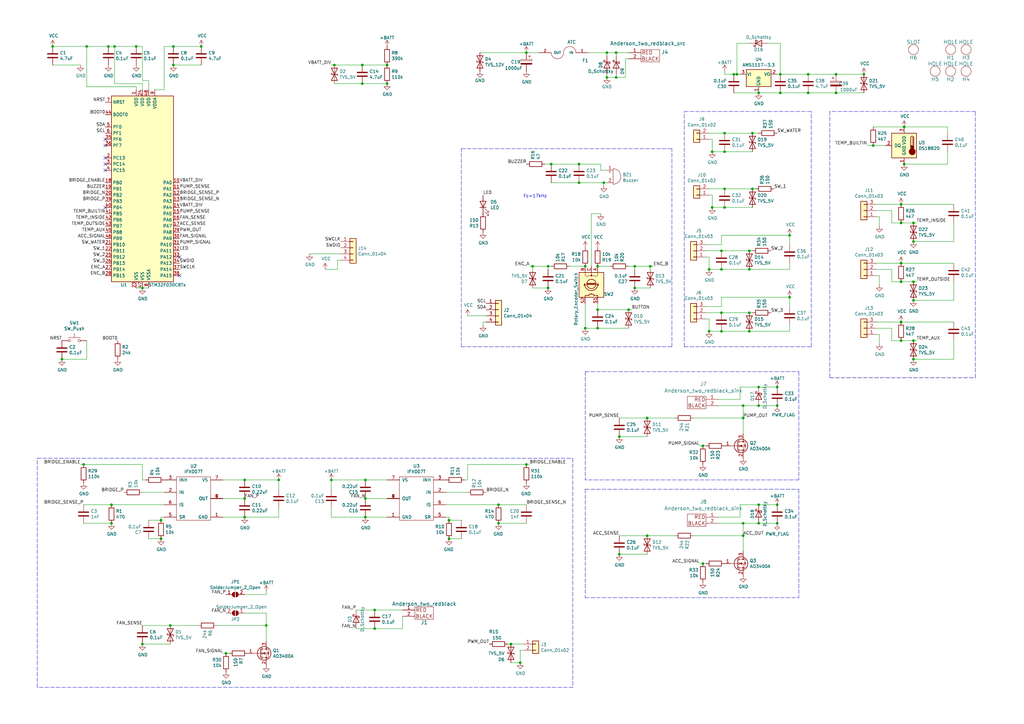
<source format=kicad_sch>
(kicad_sch (version 20211123) (generator eeschema)
  (paper "A3")
  (junction (at 292.1 85.09))
  (junction (at 354.33 30.48))
  (junction (at 45.72 214.63))
  (junction (at 204.47 207.01))
  (junction (at 34.29 190.5))
  (junction (at 71.12 26.67))
  (junction (at 35.56 19.05))
  (junction (at 25.4 147.32))
  (junction (at 304.8 214.63))
  (junction (at 149.86 212.09))
  (junction (at 66.04 220.98))
  (junction (at 184.15 213.36))
  (junction (at 114.3 196.85))
  (junction (at 237.49 67.31))
  (junction (at 92.71 267.97))
  (junction (at 260.35 109.22))
  (junction (at 311.15 214.63))
  (junction (at 55.88 19.05))
  (junction (at 320.04 30.48))
  (junction (at 307.34 135.89))
  (junction (at 149.86 196.85))
  (junction (at 245.11 109.22))
  (junction (at 44.45 19.05))
  (junction (at 82.55 19.05))
  (junction (at 304.8 219.71))
  (junction (at 252.73 21.59))
  (junction (at 323.85 121.92))
  (junction (at 374.65 91.44))
  (junction (at 370.84 52.07))
  (junction (at 318.77 158.75))
  (junction (at 100.33 212.09))
  (junction (at 331.47 30.48))
  (junction (at 374.65 147.32))
  (junction (at 240.03 134.62))
  (junction (at 100.33 204.47))
  (junction (at 254 227.33))
  (junction (at 288.29 231.14))
  (junction (at 308.61 77.47))
  (junction (at 369.57 139.7))
  (junction (at 297.18 85.09))
  (junction (at 311.15 158.75))
  (junction (at 300.99 30.48))
  (junction (at 213.36 271.78))
  (junction (at 69.85 256.54))
  (junction (at 318.77 214.63))
  (junction (at 369.57 132.08))
  (junction (at 318.77 207.01))
  (junction (at 358.14 59.69))
  (junction (at 247.65 74.93))
  (junction (at 46.99 19.05))
  (junction (at 297.18 54.61))
  (junction (at 224.79 109.22))
  (junction (at 307.34 128.27))
  (junction (at 226.06 67.31))
  (junction (at 323.85 96.52))
  (junction (at 297.18 62.23))
  (junction (at 369.57 91.44))
  (junction (at 311.15 166.37))
  (junction (at 318.77 166.37))
  (junction (at 331.47 38.1))
  (junction (at 311.15 38.1))
  (junction (at 295.91 128.27))
  (junction (at 290.83 110.49))
  (junction (at 304.8 171.45))
  (junction (at 254 179.07))
  (junction (at 290.83 135.89))
  (junction (at 374.65 99.06))
  (junction (at 149.86 204.47))
  (junction (at 320.04 38.1))
  (junction (at 248.92 21.59))
  (junction (at 21.59 19.05))
  (junction (at 295.91 110.49))
  (junction (at 71.12 19.05))
  (junction (at 224.79 118.11))
  (junction (at 248.92 31.75))
  (junction (at 266.7 109.22))
  (junction (at 308.61 54.61))
  (junction (at 307.34 110.49))
  (junction (at 153.67 250.19))
  (junction (at 209.55 264.16))
  (junction (at 342.9 38.1))
  (junction (at 148.59 26.67))
  (junction (at 288.29 182.88))
  (junction (at 245.11 127))
  (junction (at 292.1 62.23))
  (junction (at 184.15 220.98))
  (junction (at 257.81 127))
  (junction (at 369.57 115.57))
  (junction (at 302.26 30.48))
  (junction (at 295.91 135.89))
  (junction (at 158.75 34.29))
  (junction (at 109.22 256.54))
  (junction (at 311.15 207.01))
  (junction (at 215.9 21.59))
  (junction (at 304.8 166.37))
  (junction (at 158.75 26.67))
  (junction (at 137.16 26.67))
  (junction (at 100.33 196.85))
  (junction (at 45.72 207.01))
  (junction (at 374.65 123.19))
  (junction (at 260.35 118.11))
  (junction (at 265.43 219.71))
  (junction (at 153.67 257.81))
  (junction (at 369.57 83.82))
  (junction (at 245.11 134.62))
  (junction (at 135.89 196.85))
  (junction (at 369.57 107.95))
  (junction (at 252.73 31.75))
  (junction (at 58.42 264.16))
  (junction (at 374.65 115.57))
  (junction (at 265.43 171.45))
  (junction (at 58.42 118.11))
  (junction (at 295.91 102.87))
  (junction (at 374.65 139.7))
  (junction (at 297.18 77.47))
  (junction (at 215.9 190.5))
  (junction (at 307.34 102.87))
  (junction (at 240.03 109.22))
  (junction (at 370.84 67.31))
  (junction (at 237.49 74.93))
  (junction (at 66.04 213.36))
  (junction (at 148.59 34.29))
  (junction (at 204.47 214.63))
  (junction (at 218.44 109.22))
  (junction (at 342.9 30.48))
  (no_connect (at 43.18 64.77))
  (no_connect (at 43.18 59.69))
  (no_connect (at 43.18 85.09))
  (no_connect (at 73.66 113.03))
  (no_connect (at 43.18 57.15))
  (no_connect (at 43.18 69.85))
  (no_connect (at 43.18 67.31))
  (no_connect (at 73.66 105.41))
  (wire (pts (xy 290.83 54.61) (xy 297.18 54.61)))
  (polyline (pts (xy 240.03 245.11) (xy 327.66 245.11)))
  (wire (pts (xy 209.55 264.16) (xy 214.63 264.16)))
  (wire (pts (xy 276.86 171.45) (xy 265.43 171.45)))
  (wire (pts (xy 323.85 96.52) (xy 323.85 100.33)))
  (wire (pts (xy 311.15 166.37) (xy 304.8 166.37)))
  (wire (pts (xy 342.9 30.48) (xy 354.33 30.48)))
  (wire (pts (xy 69.85 256.54) (xy 58.42 256.54)))
  (wire (pts (xy 375.92 115.57) (xy 374.65 115.57)))
  (wire (pts (xy 260.35 109.22) (xy 257.81 109.22)))
  (wire (pts (xy 391.16 139.7) (xy 391.16 147.32)))
  (polyline (pts (xy 240.03 152.4) (xy 327.66 152.4)))
  (wire (pts (xy 100.33 243.84) (xy 109.22 243.84)))
  (wire (pts (xy 284.48 219.71) (xy 304.8 219.71)))
  (wire (pts (xy 133.35 110.49) (xy 138.43 110.49)))
  (wire (pts (xy 266.7 109.22) (xy 267.97 109.22)))
  (wire (pts (xy 323.85 135.89) (xy 323.85 133.35)))
  (wire (pts (xy 365.76 134.62) (xy 365.76 139.7)))
  (wire (pts (xy 114.3 208.28) (xy 114.3 212.09)))
  (wire (pts (xy 240.03 124.46) (xy 240.03 134.62)))
  (polyline (pts (xy 189.23 142.24) (xy 275.59 142.24)))
  (wire (pts (xy 215.9 207.01) (xy 204.47 207.01)))
  (wire (pts (xy 46.99 34.29) (xy 46.99 19.05)))
  (wire (pts (xy 323.85 121.92) (xy 323.85 125.73)))
  (wire (pts (xy 304.8 166.37) (xy 294.64 166.37)))
  (wire (pts (xy 311.15 158.75) (xy 303.53 158.75)))
  (polyline (pts (xy 400.05 154.94) (xy 400.05 45.72)))
  (wire (pts (xy 25.4 147.32) (xy 35.56 147.32)))
  (wire (pts (xy 35.56 35.56) (xy 55.88 35.56)))
  (wire (pts (xy 67.31 207.01) (xy 45.72 207.01)))
  (polyline (pts (xy 400.05 45.72) (xy 340.36 45.72)))
  (wire (pts (xy 55.88 35.56) (xy 55.88 36.83)))
  (wire (pts (xy 358.14 52.07) (xy 370.84 52.07)))
  (wire (pts (xy 213.36 266.7) (xy 214.63 266.7)))
  (wire (pts (xy 374.65 91.44) (xy 375.92 91.44)))
  (wire (pts (xy 276.86 219.71) (xy 265.43 219.71)))
  (wire (pts (xy 304.8 171.45) (xy 304.8 177.8)))
  (wire (pts (xy 165.1 252.73) (xy 165.1 257.81)))
  (wire (pts (xy 60.96 213.36) (xy 66.04 213.36)))
  (wire (pts (xy 359.41 86.36) (xy 365.76 86.36)))
  (wire (pts (xy 248.92 22.86) (xy 248.92 21.59)))
  (wire (pts (xy 323.85 110.49) (xy 323.85 107.95)))
  (wire (pts (xy 311.15 214.63) (xy 304.8 214.63)))
  (wire (pts (xy 294.64 212.09) (xy 303.53 212.09)))
  (wire (pts (xy 109.22 251.46) (xy 109.22 256.54)))
  (wire (pts (xy 191.77 201.93) (xy 182.88 201.93)))
  (wire (pts (xy 158.75 204.47) (xy 149.86 204.47)))
  (wire (pts (xy 297.18 30.48) (xy 300.99 30.48)))
  (polyline (pts (xy 327.66 200.66) (xy 327.66 245.11)))
  (wire (pts (xy 318.77 207.01) (xy 311.15 207.01)))
  (wire (pts (xy 374.65 99.06) (xy 391.16 99.06)))
  (wire (pts (xy 67.31 19.05) (xy 67.31 36.83)))
  (wire (pts (xy 233.68 109.22) (xy 240.03 109.22)))
  (wire (pts (xy 311.15 166.37) (xy 318.77 166.37)))
  (wire (pts (xy 300.99 30.48) (xy 302.26 30.48)))
  (wire (pts (xy 374.65 115.57) (xy 369.57 115.57)))
  (wire (pts (xy 66.04 220.98) (xy 60.96 220.98)))
  (wire (pts (xy 114.3 196.85) (xy 114.3 200.66)))
  (wire (pts (xy 218.44 109.22) (xy 224.79 109.22)))
  (wire (pts (xy 369.57 132.08) (xy 359.41 132.08)))
  (wire (pts (xy 100.33 196.85) (xy 114.3 196.85)))
  (wire (pts (xy 137.16 34.29) (xy 148.59 34.29)))
  (wire (pts (xy 365.76 110.49) (xy 365.76 115.57)))
  (wire (pts (xy 360.68 92.71) (xy 360.68 88.9)))
  (wire (pts (xy 153.67 250.19) (xy 146.05 250.19)))
  (wire (pts (xy 288.29 231.14) (xy 289.56 231.14)))
  (wire (pts (xy 323.85 121.92) (xy 295.91 121.92)))
  (wire (pts (xy 82.55 26.67) (xy 71.12 26.67)))
  (wire (pts (xy 297.18 62.23) (xy 308.61 62.23)))
  (wire (pts (xy 374.65 91.44) (xy 369.57 91.44)))
  (wire (pts (xy 290.83 135.89) (xy 295.91 135.89)))
  (wire (pts (xy 35.56 19.05) (xy 35.56 35.56)))
  (wire (pts (xy 374.65 123.19) (xy 391.16 123.19)))
  (wire (pts (xy 223.52 67.31) (xy 226.06 67.31)))
  (wire (pts (xy 35.56 19.05) (xy 44.45 19.05)))
  (wire (pts (xy 246.38 69.85) (xy 248.92 69.85)))
  (wire (pts (xy 323.85 96.52) (xy 295.91 96.52)))
  (wire (pts (xy 137.16 26.67) (xy 148.59 26.67)))
  (polyline (pts (xy 327.66 152.4) (xy 327.66 196.85)))
  (wire (pts (xy 158.75 196.85) (xy 149.86 196.85)))
  (wire (pts (xy 252.73 21.59) (xy 257.81 21.59)))
  (wire (pts (xy 91.44 267.97) (xy 92.71 267.97)))
  (wire (pts (xy 290.83 130.81) (xy 289.56 130.81)))
  (wire (pts (xy 388.62 67.31) (xy 370.84 67.31)))
  (wire (pts (xy 58.42 118.11) (xy 60.96 118.11)))
  (wire (pts (xy 289.56 102.87) (xy 295.91 102.87)))
  (wire (pts (xy 135.89 212.09) (xy 149.86 212.09)))
  (wire (pts (xy 295.91 96.52) (xy 295.91 100.33)))
  (wire (pts (xy 259.08 127) (xy 257.81 127)))
  (wire (pts (xy 215.9 190.5) (xy 217.17 190.5)))
  (wire (pts (xy 360.68 88.9) (xy 359.41 88.9)))
  (wire (pts (xy 290.83 135.89) (xy 290.83 130.81)))
  (wire (pts (xy 302.26 17.78) (xy 302.26 30.48)))
  (polyline (pts (xy 280.67 142.24) (xy 280.67 45.72)))
  (wire (pts (xy 311.15 38.1) (xy 320.04 38.1)))
  (wire (pts (xy 369.57 107.95) (xy 391.16 107.95)))
  (wire (pts (xy 247.65 74.93) (xy 248.92 74.93)))
  (wire (pts (xy 34.29 190.5) (xy 58.42 190.5)))
  (wire (pts (xy 342.9 38.1) (xy 354.33 38.1)))
  (wire (pts (xy 320.04 17.78) (xy 314.96 17.78)))
  (wire (pts (xy 237.49 74.93) (xy 226.06 74.93)))
  (wire (pts (xy 91.44 212.09) (xy 100.33 212.09)))
  (polyline (pts (xy 332.74 142.24) (xy 332.74 45.72)))
  (wire (pts (xy 226.06 109.22) (xy 224.79 109.22)))
  (wire (pts (xy 308.61 102.87) (xy 307.34 102.87)))
  (wire (pts (xy 391.16 91.44) (xy 391.16 99.06)))
  (wire (pts (xy 44.45 19.05) (xy 46.99 19.05)))
  (wire (pts (xy 21.59 19.05) (xy 35.56 19.05)))
  (wire (pts (xy 35.56 147.32) (xy 35.56 139.7)))
  (wire (pts (xy 304.8 219.71) (xy 304.8 226.06)))
  (wire (pts (xy 58.42 196.85) (xy 59.69 196.85)))
  (polyline (pts (xy 189.23 60.96) (xy 275.59 60.96)))
  (wire (pts (xy 365.76 139.7) (xy 369.57 139.7)))
  (wire (pts (xy 375.92 139.7) (xy 374.65 139.7)))
  (wire (pts (xy 114.3 212.09) (xy 100.33 212.09)))
  (wire (pts (xy 242.57 109.22) (xy 242.57 87.63)))
  (wire (pts (xy 295.91 121.92) (xy 295.91 125.73)))
  (wire (pts (xy 165.1 250.19) (xy 153.67 250.19)))
  (wire (pts (xy 307.34 128.27) (xy 295.91 128.27)))
  (wire (pts (xy 60.96 33.02) (xy 60.96 36.83)))
  (wire (pts (xy 138.43 106.68) (xy 139.7 106.68)))
  (wire (pts (xy 295.91 135.89) (xy 307.34 135.89)))
  (wire (pts (xy 209.55 271.78) (xy 213.36 271.78)))
  (wire (pts (xy 242.57 87.63) (xy 246.38 87.63)))
  (wire (pts (xy 295.91 110.49) (xy 307.34 110.49)))
  (wire (pts (xy 71.12 19.05) (xy 67.31 19.05)))
  (wire (pts (xy 289.56 128.27) (xy 295.91 128.27)))
  (wire (pts (xy 360.68 116.84) (xy 360.68 113.03)))
  (wire (pts (xy 58.42 36.83) (xy 58.42 34.29)))
  (wire (pts (xy 292.1 85.09) (xy 292.1 80.01)))
  (wire (pts (xy 81.28 256.54) (xy 69.85 256.54)))
  (polyline (pts (xy 327.66 196.85) (xy 240.03 196.85)))
  (wire (pts (xy 388.62 62.23) (xy 388.62 67.31)))
  (wire (pts (xy 266.7 118.11) (xy 260.35 118.11)))
  (wire (pts (xy 191.77 190.5) (xy 215.9 190.5)))
  (wire (pts (xy 288.29 182.88) (xy 287.02 182.88)))
  (wire (pts (xy 289.56 182.88) (xy 288.29 182.88)))
  (wire (pts (xy 360.68 137.16) (xy 359.41 137.16)))
  (wire (pts (xy 369.57 107.95) (xy 359.41 107.95)))
  (wire (pts (xy 308.61 54.61) (xy 311.15 54.61)))
  (wire (pts (xy 292.1 62.23) (xy 292.1 57.15)))
  (wire (pts (xy 369.57 132.08) (xy 391.16 132.08)))
  (wire (pts (xy 137.16 26.67) (xy 135.89 26.67)))
  (wire (pts (xy 240.03 134.62) (xy 245.11 134.62)))
  (wire (pts (xy 198.12 133.35) (xy 198.12 132.08)))
  (wire (pts (xy 388.62 52.07) (xy 388.62 54.61)))
  (wire (pts (xy 45.72 214.63) (xy 34.29 214.63)))
  (wire (pts (xy 360.68 140.97) (xy 360.68 137.16)))
  (wire (pts (xy 290.83 110.49) (xy 295.91 110.49)))
  (wire (pts (xy 149.86 212.09) (xy 158.75 212.09)))
  (wire (pts (xy 34.29 207.01) (xy 45.72 207.01)))
  (wire (pts (xy 254 227.33) (xy 265.43 227.33)))
  (wire (pts (xy 370.84 52.07) (xy 388.62 52.07)))
  (wire (pts (xy 307.34 110.49) (xy 323.85 110.49)))
  (wire (pts (xy 196.85 21.59) (xy 215.9 21.59)))
  (wire (pts (xy 369.57 83.82) (xy 359.41 83.82)))
  (wire (pts (xy 303.53 207.01) (xy 303.53 212.09)))
  (wire (pts (xy 257.81 127) (xy 245.11 127)))
  (wire (pts (xy 198.12 132.08) (xy 199.39 132.08)))
  (wire (pts (xy 290.83 77.47) (xy 297.18 77.47)))
  (wire (pts (xy 365.76 115.57) (xy 369.57 115.57)))
  (wire (pts (xy 191.77 129.54) (xy 199.39 129.54)))
  (wire (pts (xy 292.1 57.15) (xy 290.83 57.15)))
  (wire (pts (xy 148.59 26.67) (xy 158.75 26.67)))
  (wire (pts (xy 295.91 125.73) (xy 289.56 125.73)))
  (wire (pts (xy 184.15 213.36) (xy 184.15 212.09)))
  (polyline (pts (xy 240.03 200.66) (xy 327.66 200.66)))
  (wire (pts (xy 290.83 105.41) (xy 289.56 105.41)))
  (wire (pts (xy 320.04 30.48) (xy 320.04 17.78)))
  (wire (pts (xy 292.1 80.01) (xy 290.83 80.01)))
  (wire (pts (xy 374.65 139.7) (xy 369.57 139.7)))
  (wire (pts (xy 304.8 166.37) (xy 304.8 171.45)))
  (wire (pts (xy 224.79 118.11) (xy 218.44 118.11)))
  (wire (pts (xy 58.42 264.16) (xy 69.85 264.16)))
  (wire (pts (xy 58.42 190.5) (xy 58.42 196.85)))
  (wire (pts (xy 300.99 38.1) (xy 311.15 38.1)))
  (wire (pts (xy 284.48 171.45) (xy 304.8 171.45)))
  (wire (pts (xy 309.88 77.47) (xy 308.61 77.47)))
  (wire (pts (xy 302.26 30.48) (xy 303.53 30.48)))
  (wire (pts (xy 226.06 67.31) (xy 237.49 67.31)))
  (wire (pts (xy 92.71 267.97) (xy 93.98 267.97)))
  (wire (pts (xy 88.9 256.54) (xy 109.22 256.54)))
  (wire (pts (xy 297.18 77.47) (xy 308.61 77.47)))
  (polyline (pts (xy 240.03 200.66) (xy 240.03 245.11)))
  (polyline (pts (xy 280.67 142.24) (xy 332.74 142.24)))
  (wire (pts (xy 245.11 127) (xy 245.11 124.46)))
  (wire (pts (xy 252.73 22.86) (xy 252.73 21.59)))
  (wire (pts (xy 91.44 204.47) (xy 100.33 204.47)))
  (wire (pts (xy 365.76 86.36) (xy 365.76 91.44)))
  (wire (pts (xy 58.42 19.05) (xy 58.42 33.02)))
  (wire (pts (xy 58.42 201.93) (xy 67.31 201.93)))
  (polyline (pts (xy 340.36 154.94) (xy 400.05 154.94)))
  (wire (pts (xy 248.92 21.59) (xy 252.73 21.59)))
  (wire (pts (xy 165.1 257.81) (xy 153.67 257.81)))
  (wire (pts (xy 304.8 214.63) (xy 294.64 214.63)))
  (wire (pts (xy 191.77 196.85) (xy 191.77 190.5)))
  (wire (pts (xy 359.41 134.62) (xy 365.76 134.62)))
  (wire (pts (xy 331.47 38.1) (xy 342.9 38.1)))
  (wire (pts (xy 218.44 110.49) (xy 218.44 109.22)))
  (wire (pts (xy 213.36 271.78) (xy 213.36 266.7)))
  (wire (pts (xy 260.35 110.49) (xy 260.35 109.22)))
  (wire (pts (xy 224.79 109.22) (xy 224.79 110.49)))
  (wire (pts (xy 265.43 171.45) (xy 254 171.45)))
  (wire (pts (xy 33.02 190.5) (xy 34.29 190.5)))
  (wire (pts (xy 127 104.14) (xy 139.7 104.14)))
  (wire (pts (xy 308.61 54.61) (xy 297.18 54.61)))
  (wire (pts (xy 311.15 207.01) (xy 303.53 207.01)))
  (wire (pts (xy 311.15 214.63) (xy 318.77 214.63)))
  (wire (pts (xy 260.35 109.22) (xy 266.7 109.22)))
  (polyline (pts (xy 240.03 152.4) (xy 240.03 196.85)))
  (wire (pts (xy 297.18 29.21) (xy 297.18 30.48)))
  (wire (pts (xy 247.65 74.93) (xy 237.49 74.93)))
  (wire (pts (xy 297.18 85.09) (xy 308.61 85.09)))
  (polyline (pts (xy 234.95 187.96) (xy 234.95 281.94)))
  (wire (pts (xy 208.28 264.16) (xy 209.55 264.16)))
  (wire (pts (xy 58.42 34.29) (xy 46.99 34.29)))
  (wire (pts (xy 307.34 17.78) (xy 302.26 17.78)))
  (wire (pts (xy 135.89 200.66) (xy 135.89 196.85)))
  (wire (pts (xy 391.16 115.57) (xy 391.16 123.19)))
  (wire (pts (xy 109.22 251.46) (xy 100.33 251.46)))
  (polyline (pts (xy 15.24 281.94) (xy 15.24 187.96)))
  (wire (pts (xy 304.8 214.63) (xy 304.8 219.71)))
  (wire (pts (xy 184.15 220.98) (xy 189.23 220.98)))
  (wire (pts (xy 146.05 257.81) (xy 153.67 257.81)))
  (wire (pts (xy 358.14 59.69) (xy 363.22 59.69)))
  (wire (pts (xy 250.19 109.22) (xy 245.11 109.22)))
  (wire (pts (xy 360.68 113.03) (xy 359.41 113.03)))
  (wire (pts (xy 307.34 135.89) (xy 323.85 135.89)))
  (wire (pts (xy 331.47 30.48) (xy 342.9 30.48)))
  (wire (pts (xy 355.6 59.69) (xy 358.14 59.69)))
  (wire (pts (xy 257.81 134.62) (xy 245.11 134.62)))
  (wire (pts (xy 82.55 19.05) (xy 71.12 19.05)))
  (wire (pts (xy 320.04 30.48) (xy 331.47 30.48)))
  (wire (pts (xy 21.59 26.67) (xy 33.02 26.67)))
  (wire (pts (xy 109.22 256.54) (xy 109.22 262.89)))
  (wire (pts (xy 182.88 207.01) (xy 204.47 207.01)))
  (wire (pts (xy 359.41 110.49) (xy 365.76 110.49)))
  (wire (pts (xy 294.64 163.83) (xy 303.53 163.83)))
  (wire (pts (xy 66.04 212.09) (xy 67.31 212.09)))
  (wire (pts (xy 256.54 24.13) (xy 257.81 24.13)))
  (wire (pts (xy 91.44 196.85) (xy 100.33 196.85)))
  (wire (pts (xy 318.77 158.75) (xy 311.15 158.75)))
  (wire (pts (xy 148.59 34.29) (xy 158.75 34.29)))
  (polyline (pts (xy 340.36 45.72) (xy 340.36 154.94)))
  (wire (pts (xy 184.15 212.09) (xy 182.88 212.09)))
  (wire (pts (xy 287.02 231.14) (xy 288.29 231.14)))
  (wire (pts (xy 256.54 31.75) (xy 256.54 24.13)))
  (wire (pts (xy 248.92 31.75) (xy 252.73 31.75)))
  (wire (pts (xy 138.43 110.49) (xy 138.43 106.68)))
  (wire (pts (xy 374.65 147.32) (xy 391.16 147.32)))
  (wire (pts (xy 290.83 110.49) (xy 290.83 105.41)))
  (wire (pts (xy 241.3 21.59) (xy 248.92 21.59)))
  (wire (pts (xy 217.17 109.22) (xy 218.44 109.22)))
  (wire (pts (xy 292.1 85.09) (xy 297.18 85.09)))
  (wire (pts (xy 109.22 243.84) (xy 109.22 242.57)))
  (wire (pts (xy 46.99 19.05) (xy 55.88 19.05)))
  (wire (pts (xy 254 179.07) (xy 265.43 179.07)))
  (wire (pts (xy 55.88 19.05) (xy 58.42 19.05)))
  (wire (pts (xy 190.5 196.85) (xy 191.77 196.85)))
  (polyline (pts (xy 15.24 187.96) (xy 234.95 187.96)))
  (wire (pts (xy 307.34 102.87) (xy 295.91 102.87)))
  (wire (pts (xy 303.53 158.75) (xy 303.53 163.83)))
  (wire (pts (xy 292.1 62.23) (xy 297.18 62.23)))
  (wire (pts (xy 369.57 83.82) (xy 391.16 83.82)))
  (wire (pts (xy 246.38 67.31) (xy 246.38 69.85)))
  (polyline (pts (xy 189.23 142.24) (xy 189.23 60.96)))
  (wire (pts (xy 295.91 100.33) (xy 289.56 100.33)))
  (wire (pts (xy 55.88 118.11) (xy 58.42 118.11)))
  (wire (pts (xy 63.5 36.83) (xy 67.31 36.83)))
  (wire (pts (xy 308.61 128.27) (xy 307.34 128.27)))
  (polyline (pts (xy 280.67 45.72) (xy 332.74 45.72)))
  (wire (pts (xy 248.92 31.75) (xy 248.92 30.48)))
  (wire (pts (xy 247.65 76.2) (xy 247.65 74.93)))
  (wire (pts (xy 237.49 67.31) (xy 246.38 67.31)))
  (wire (pts (xy 189.23 213.36) (xy 184.15 213.36)))
  (wire (pts (xy 66.04 213.36) (xy 66.04 212.09)))
  (wire (pts (xy 135.89 196.85) (xy 149.86 196.85)))
  (wire (pts (xy 220.98 21.59) (xy 215.9 21.59)))
  (wire (pts (xy 265.43 219.71) (xy 254 219.71)))
  (wire (pts (xy 318.77 30.48) (xy 320.04 30.48)))
  (polyline (pts (xy 234.95 281.94) (xy 15.24 281.94)))
  (wire (pts (xy 58.42 33.02) (xy 60.96 33.02)))
  (wire (pts (xy 252.73 30.48) (xy 252.73 31.75)))
  (polyline (pts (xy 275.59 142.24) (xy 275.59 60.96)))
  (wire (pts (xy 252.73 31.75) (xy 256.54 31.75)))
  (wire (pts (xy 266.7 110.49) (xy 266.7 109.22)))
  (wire (pts (xy 204.47 214.63) (xy 215.9 214.63)))
  (wire (pts (xy 320.04 38.1) (xy 331.47 38.1)))
  (wire (pts (xy 365.76 91.44) (xy 369.57 91.44)))
  (wire (pts (xy 135.89 208.28) (xy 135.89 212.09)))
  (text "Fc=17kHz" (at 214.63 81.28 0) (effects (font (size 1.27 1.27)) (justify left bottom)))
  (label "TEMP_INSIDE" (at 43.18 90.17 180))
  (label "FAN_SENSE" (at 73.66 90.17 0))
  (label "ACC_OUT" (at 304.8 219.71 0))
  (label "SW_3" (at 43.18 107.95 180))
  (label "PUMP_OUT" (at 304.8 171.45 0))
  (label "ENC_A" (at 43.18 110.49 180))
  (label "VBATT_DIV" (at 73.66 74.93 0))
  (label "BRIDGE_ENABLE" (at 43.18 74.93 180))
  (label "FAN_SIGNAL" (at 91.44 267.97 180))
  (label "BRIDGE_P" (at 50.8 201.93 180))
  (label "BOOT0" (at 48.26 139.7 180))
  (label "VBATT_DIV" (at 135.89 26.67 180))
  (label "TEMP_OUTSIDE" (at 375.92 115.57 0))
  (label "SW_WATER" (at 43.18 100.33 180))
  (label "BRIDGE_ENABLE" (at 217.17 190.5 0))
  (label "TEMP_INSIDE" (at 375.92 91.44 0))
  (label "SW_2" (at 316.23 102.87 0))
  (label "FAN_SIGNAL" (at 73.66 97.79 0))
  (label "FAN_SENSE" (at 58.42 256.54 180))
  (label "BRIDGE_SENSE_N" (at 73.66 82.55 0))
  (label "LED" (at 198.12 80.01 0))
  (label "SWDIO" (at 73.66 107.95 0))
  (label "FAN_P" (at 100.33 204.47 0))
  (label "SCL" (at 43.18 54.61 180))
  (label "BRIDGE_N" (at 43.18 80.01 180))
  (label "FAN_P" (at 92.71 243.84 180))
  (label "ENC_B" (at 267.97 109.22 0))
  (label "SDA" (at 43.18 52.07 180))
  (label "BRIDGE_ENABLE" (at 33.02 190.5 180))
  (label "ACC_SENSE" (at 254 219.71 180))
  (label "ACC_SENSE" (at 73.66 92.71 0))
  (label "SW_2" (at 43.18 105.41 180))
  (label "BUTTON" (at 259.08 127 0))
  (label "FAN_N" (at 146.05 257.81 180))
  (label "ENC_B" (at 43.18 113.03 180))
  (label "ENC_A" (at 217.17 109.22 180))
  (label "FAN_N" (at 92.71 251.46 180))
  (label "SDA" (at 199.39 127 180))
  (label "PWM_OUT" (at 200.66 264.16 180))
  (label "SW_1" (at 43.18 102.87 180))
  (label "PUMP_SENSE" (at 73.66 77.47 0))
  (label "PUMP_SIGNAL" (at 287.02 182.88 180))
  (label "SWCLK" (at 73.66 110.49 0))
  (label "ACC_SIGNAL" (at 287.02 231.14 180))
  (label "SWCLK" (at 139.7 99.06 180))
  (label "BRIDGE_SENSE_P" (at 34.29 207.01 180))
  (label "ACC_SIGNAL" (at 43.18 97.79 180))
  (label "FAN_P" (at 146.05 250.19 180))
  (label "FAN_N" (at 149.86 204.47 180))
  (label "SW_WATER" (at 318.77 54.61 0))
  (label "BRIDGE_N" (at 199.39 201.93 0))
  (label "TEMP_AUX" (at 375.92 139.7 0))
  (label "TEMP_AUX" (at 43.18 95.25 180))
  (label "PUMP_SENSE" (at 73.66 87.63 0))
  (label "BRIDGE_P" (at 43.18 82.55 180))
  (label "BUZZER" (at 215.9 67.31 180))
  (label "NRST" (at 25.4 139.7 180))
  (label "VBATT_DIV" (at 73.66 85.09 0))
  (label "SW_1" (at 317.5 77.47 0))
  (label "TEMP_BUILTIN" (at 355.6 59.69 180))
  (label "LED" (at 73.66 102.87 0))
  (label "PUMP_SENSE" (at 254 171.45 180))
  (label "SWDIO" (at 139.7 101.6 180))
  (label "NRST" (at 43.18 41.91 180))
  (label "TEMP_BUILTIN" (at 43.18 87.63 180))
  (label "BOOT0" (at 43.18 46.99 180))
  (label "BUZZER" (at 43.18 77.47 180))
  (label "PWM_OUT" (at 73.66 95.25 0))
  (label "BRIDGE_SENSE_P" (at 73.66 80.01 0))
  (label "SW_3" (at 316.23 128.27 0))
  (label "SCL" (at 199.39 124.46 180))
  (label "BRIDGE_SENSE_N" (at 215.9 207.01 0))
  (label "TEMP_OUTSIDE" (at 43.18 92.71 180))
  (label "PUMP_SIGNAL" (at 73.66 100.33 0))
  (symbol (lib_id "hvac-v2-rescue:Anderson_two_redblack") (at 173.99 251.46 0) (unit 1)
    (property "Reference" "J1" (at 173.99 255.27 0) (effects (font (size 1.524 1.524))))
    (property "Value" "Anderson_two_redblack" (at 173.99 247.65 0) (effects (font (size 1.524 1.524))))
    (property "Footprint" "homebrew:Anderson_1336G1_right_angle_bottom_two" (effects hide))
  )
  (symbol (lib_id "power:+BATT") (at 215.9 21.59 0) (unit 1)
    (property "Reference" "#PWR026" (effects hide))
    (property "Value" "+BATT" (at 215.9 18.034 0))
  )
  (symbol (lib_id "power:GND") (at 248.92 31.75 0) (unit 1)
    (property "Reference" "#PWR034" (effects hide))
    (property "Value" "GND" (at 248.92 35.56 0))
  )
  (symbol (lib_id "hvac-v2-rescue:POWER_FUSE") (at 231.14 21.59 180) (unit 1)
    (property "Reference" "F1" (at 241.3 24.13 0) (effects (justify left bottom)))
    (property "Value" "ATC" (at 236.22 16.51 0) (effects (justify left bottom)))
    (property "Footprint" "homebrew:FUSE_3550-2" (effects hide))
    (property "MPN" "3550-2" (effects hide))
  )
  (symbol (lib_id "hvac-v2-rescue:HOLE") (at 389.89 20.32 0) (unit 1)
    (property "Reference" "H1" (at 389.89 23.622 0) (effects (font (size 1.524 1.524))))
    (property "Value" "HOLE" (at 389.89 17.272 0) (effects (font (size 1.524 1.524))))
    (property "Footprint" "homebrew:HOLE_M4" (effects hide))
  )
  (symbol (lib_id "hvac-v2-rescue:HOLE") (at 396.24 20.32 0) (unit 1)
    (property "Reference" "H3" (at 396.24 23.622 0) (effects (font (size 1.524 1.524))))
    (property "Value" "HOLE" (at 396.24 17.272 0) (effects (font (size 1.524 1.524))))
    (property "Footprint" "homebrew:HOLE_M4" (effects hide))
  )
  (symbol (lib_id "hvac-v2-rescue:HOLE") (at 389.89 29.21 0) (unit 1)
    (property "Reference" "H2" (at 389.89 32.512 0) (effects (font (size 1.524 1.524))))
    (property "Value" "HOLE" (at 389.89 26.162 0) (effects (font (size 1.524 1.524))))
    (property "Footprint" "homebrew:HOLE_M4" (effects hide))
  )
  (symbol (lib_id "hvac-v2-rescue:HOLE") (at 396.24 29.21 0) (unit 1)
    (property "Reference" "H4" (at 396.24 32.512 0) (effects (font (size 1.524 1.524))))
    (property "Value" "HOLE" (at 396.24 26.162 0) (effects (font (size 1.524 1.524))))
    (property "Footprint" "homebrew:HOLE_M4" (effects hide))
  )
  (symbol (lib_id "MCU_ST_STM32F0:STM32F030C8Tx") (at 58.42 77.47 0) (unit 1)
    (property "Reference" "U1" (at 50.8 116.84 0))
    (property "Value" "STM32F030C8Tx" (at 68.58 116.84 0))
    (property "Footprint" "Package_QFP:LQFP-48_7x7mm_P0.5mm" (effects hide))
    (property "Datasheet" "http://www.st.com/st-web-ui/static/active/en/resource/technical/document/datasheet/DM00088500.pdf" (effects hide))
    (property "LCSC" "C23922" (effects hide))
  )
  (symbol (lib_id "Device:C") (at 71.12 22.86 0) (unit 1)
    (property "Reference" "C8" (at 74.041 21.6916 0) (effects (justify left)))
    (property "Value" "0.1uF" (at 74.041 24.003 0) (effects (justify left)))
    (property "Footprint" "Capacitor_SMD:C_0402_1005Metric" (effects hide))
    (property "LCSC" "C307331" (effects hide))
  )
  (symbol (lib_id "Device:C") (at 82.55 22.86 0) (unit 1)
    (property "Reference" "C9" (at 85.471 21.6916 0) (effects (justify left)))
    (property "Value" "4.7uF" (at 85.471 24.003 0) (effects (justify left)))
    (property "Footprint" "Capacitor_SMD:C_0603_1608Metric" (effects hide))
    (property "LCSC" "C19666" (effects hide))
  )
  (symbol (lib_id "power:GND") (at 71.12 26.67 0) (unit 1)
    (property "Reference" "#PWR011" (effects hide))
    (property "Value" "GND" (at 71.247 31.0642 0))
  )
  (symbol (lib_id "Device:C") (at 21.59 22.86 0) (unit 1)
    (property "Reference" "C1" (at 24.511 21.6916 0) (effects (justify left)))
    (property "Value" "4.7uF" (at 24.511 24.003 0) (effects (justify left)))
    (property "Footprint" "Capacitor_SMD:C_0603_1608Metric" (effects hide))
    (property "LCSC" "C19666" (effects hide))
  )
  (symbol (lib_id "Device:C") (at 44.45 22.86 0) (unit 1)
    (property "Reference" "C4" (at 47.371 21.6916 0) (effects (justify left)))
    (property "Value" "0.1uF" (at 47.371 24.003 0) (effects (justify left)))
    (property "Footprint" "Capacitor_SMD:C_0402_1005Metric" (effects hide))
    (property "LCSC" "C307331" (effects hide))
  )
  (symbol (lib_id "Device:C") (at 55.88 22.86 0) (unit 1)
    (property "Reference" "C5" (at 58.801 21.6916 0) (effects (justify left)))
    (property "Value" "0.1uF" (at 58.801 24.003 0) (effects (justify left)))
    (property "Footprint" "Capacitor_SMD:C_0402_1005Metric" (effects hide))
    (property "LCSC" "C307331" (effects hide))
  )
  (symbol (lib_id "Device:C") (at 25.4 143.51 0) (unit 1)
    (property "Reference" "C2" (at 28.321 142.3416 0) (effects (justify left)))
    (property "Value" "0.1uF" (at 28.321 144.653 0) (effects (justify left)))
    (property "Footprint" "Capacitor_SMD:C_0402_1005Metric" (effects hide))
    (property "LCSC" "C307331" (effects hide))
  )
  (symbol (lib_id "power:GND") (at 304.8 187.96 0) (unit 1)
    (property "Reference" "#PWR043" (effects hide))
    (property "Value" "GND" (at 304.927 192.3542 0))
  )
  (symbol (lib_id "power:GND") (at 55.88 26.67 0) (unit 1)
    (property "Reference" "#PWR07" (effects hide))
    (property "Value" "GND" (at 56.007 31.0642 0))
  )
  (symbol (lib_id "power:GND") (at 44.45 26.67 0) (unit 1)
    (property "Reference" "#PWR04" (effects hide))
    (property "Value" "GND" (at 44.577 31.0642 0))
  )
  (symbol (lib_id "power:GND") (at 33.02 26.67 0) (unit 1)
    (property "Reference" "#PWR03" (effects hide))
    (property "Value" "GND" (at 33.147 31.0642 0))
  )
  (symbol (lib_id "power:VCC") (at 82.55 19.05 0) (unit 1)
    (property "Reference" "#PWR012" (effects hide))
    (property "Value" "VCC" (at 82.931 14.6558 0))
  )
  (symbol (lib_id "power:VCC") (at 21.59 19.05 0) (unit 1)
    (property "Reference" "#PWR01" (effects hide))
    (property "Value" "VCC" (at 21.971 14.6558 0))
  )
  (symbol (lib_id "Transistor_FET:AO3400A") (at 302.26 182.88 0) (unit 1)
    (property "Reference" "Q2" (at 307.467 181.7116 0) (effects (justify left)))
    (property "Value" "AO3400A" (at 307.467 184.023 0) (effects (justify left)))
    (property "Footprint" "Package_TO_SOT_SMD:SOT-23" (effects hide))
    (property "Datasheet" "http://www.aosmd.com/pdfs/datasheet/AO3400A.pdf" (effects hide))
    (property "LCSC" "C20917" (effects hide))
  )
  (symbol (lib_id "Connector_Generic:Conn_01x04") (at 204.47 127 0) (unit 1)
    (property "Reference" "J2" (at 206.502 127.2032 0) (effects (justify left)))
    (property "Value" "Conn_01x04" (at 206.502 129.5146 0) (effects (justify left)))
    (property "Footprint" "Connector_PinHeader_2.54mm:PinHeader_1x04_P2.54mm_Horizontal" (effects hide))
  )
  (symbol (lib_id "power:GND") (at 198.12 133.35 0) (unit 1)
    (property "Reference" "#PWR023" (effects hide))
    (property "Value" "GND" (at 198.247 137.7442 0))
  )
  (symbol (lib_id "power:VCC") (at 191.77 129.54 0) (unit 1)
    (property "Reference" "#PWR020" (effects hide))
    (property "Value" "VCC" (at 192.151 125.1458 0))
  )
  (symbol (lib_id "power:GND") (at 58.42 118.11 0) (unit 1)
    (property "Reference" "#PWR08" (effects hide))
    (property "Value" "GND" (at 58.547 122.5042 0))
  )
  (symbol (lib_id "Device:R") (at 293.37 182.88 270) (unit 1)
    (property "Reference" "R23" (at 294.5384 184.658 0) (effects (justify left)))
    (property "Value" "150" (at 292.227 184.658 0) (effects (justify left)))
    (property "Footprint" "Resistor_SMD:R_0603_1608Metric" (effects hide))
    (property "LCSC" "C22808" (effects hide))
  )
  (symbol (lib_id "Switch:SW_Push") (at 30.48 139.7 0) (unit 1)
    (property "Reference" "SW1" (at 30.48 132.461 0))
    (property "Value" "SW_Push" (at 30.48 134.7724 0))
    (property "Footprint" "homebrew:SW_TACTILE_5.1MM_TS-1187A-C-D-B" (effects hide))
    (property "LCSC" "C318884" (effects hide))
  )
  (symbol (lib_id "Device:D_Schottky") (at 311.15 162.56 90) (mirror x) (unit 1)
    (property "Reference" "D17" (at 308.61 162.56 0))
    (property "Value" "D_Schottky" (at 313.69 162.56 0))
    (property "Footprint" "Diode_THT:D_DO-201AD_P12.70mm_Horizontal" (effects hide))
    (property "MPN" "SB10150TA" (effects hide))
  )
  (symbol (lib_id "power:GND") (at 25.4 147.32 0) (unit 1)
    (property "Reference" "#PWR02" (effects hide))
    (property "Value" "GND" (at 25.527 151.7142 0))
  )
  (symbol (lib_id "Device:R") (at 186.69 196.85 90) (unit 1)
    (property "Reference" "R11" (at 185.5216 195.072 0) (effects (justify left)))
    (property "Value" "10k" (at 187.833 195.072 0) (effects (justify left)))
    (property "Footprint" "Resistor_SMD:R_0603_1608Metric" (effects hide))
    (property "LCSC" "C25804" (effects hide))
  )
  (symbol (lib_id "Device:R") (at 195.58 201.93 90) (unit 1)
    (property "Reference" "R12" (at 194.4116 200.152 0) (effects (justify left)))
    (property "Value" "10k" (at 196.723 200.152 0) (effects (justify left)))
    (property "Footprint" "Resistor_SMD:R_0603_1608Metric" (effects hide))
    (property "LCSC" "C25804" (effects hide))
  )
  (symbol (lib_id "Device:CP") (at 215.9 25.4 0) (mirror y) (unit 1)
    (property "Reference" "C19" (at 209.55 25.4 0) (effects (justify right)))
    (property "Value" "1000uF" (at 207.01 27.94 0) (effects (justify right)))
    (property "Footprint" "Capacitor_THT:CP_Radial_D10.0mm_P5.00mm" (effects hide))
    (property "MPN" "25PK1000MEFC10X16" (effects hide))
  )
  (symbol (lib_id "Device:R") (at 48.26 143.51 0) (unit 1)
    (property "Reference" "R2" (at 50.038 142.3416 0) (effects (justify left)))
    (property "Value" "24k" (at 50.038 144.653 0) (effects (justify left)))
    (property "Footprint" "Resistor_SMD:R_0603_1608Metric" (effects hide))
    (property "LCSC" "C23352" (effects hide))
  )
  (symbol (lib_id "power:GND") (at 48.26 147.32 0) (unit 1)
    (property "Reference" "#PWR06" (effects hide))
    (property "Value" "GND" (at 48.387 151.7142 0))
  )
  (symbol (lib_id "power:GND") (at 215.9 29.21 0) (unit 1)
    (property "Reference" "#PWR027" (effects hide))
    (property "Value" "GND" (at 216.027 33.6042 0))
  )
  (symbol (lib_id "Device:C") (at 135.89 204.47 180) (unit 1)
    (property "Reference" "C13" (at 132.969 205.6384 0) (effects (justify left)))
    (property "Value" "0.1uF" (at 132.969 203.327 0) (effects (justify left)))
    (property "Footprint" "Capacitor_SMD:C_0402_1005Metric" (effects hide))
    (property "LCSC" "C307331" (effects hide))
  )
  (symbol (lib_id "Device:R") (at 158.75 30.48 0) (unit 1)
    (property "Reference" "R9" (at 160.528 29.3116 0) (effects (justify left)))
    (property "Value" "110k" (at 160.528 31.623 0) (effects (justify left)))
    (property "Footprint" "Resistor_SMD:R_0603_1608Metric" (effects hide))
    (property "LCSC" "C25805" (effects hide))
  )
  (symbol (lib_id "Device:C") (at 114.3 204.47 0) (unit 1)
    (property "Reference" "C12" (at 117.221 203.3016 0) (effects (justify left)))
    (property "Value" "0.1uF" (at 117.221 205.613 0) (effects (justify left)))
    (property "Footprint" "Capacitor_SMD:C_0402_1005Metric" (effects hide))
    (property "LCSC" "C307331" (effects hide))
  )
  (symbol (lib_id "Device:R") (at 158.75 22.86 0) (unit 1)
    (property "Reference" "R8" (at 160.528 21.6916 0) (effects (justify left)))
    (property "Value" "390k" (at 160.528 24.003 0) (effects (justify left)))
    (property "Footprint" "Resistor_SMD:R_0603_1608Metric" (effects hide))
    (property "LCSC" "C23150" (effects hide))
  )
  (symbol (lib_id "power:+BATT") (at 158.75 19.05 0) (unit 1)
    (property "Reference" "#PWR017" (effects hide))
    (property "Value" "+BATT" (at 158.75 15.494 0))
  )
  (symbol (lib_id "Device:C") (at 100.33 200.66 0) (unit 1)
    (property "Reference" "C10" (at 103.251 199.4916 0) (effects (justify left)))
    (property "Value" "0.22uF" (at 103.251 201.803 0) (effects (justify left)))
    (property "Footprint" "Capacitor_SMD:C_0805_2012Metric" (effects hide))
    (property "LCSC" "C5378" (effects hide))
  )
  (symbol (lib_id "Device:C") (at 100.33 208.28 0) (unit 1)
    (property "Reference" "C11" (at 103.251 207.1116 0) (effects (justify left)))
    (property "Value" "0.22uF" (at 103.251 209.423 0) (effects (justify left)))
    (property "Footprint" "Capacitor_SMD:C_0805_2012Metric" (effects hide))
    (property "LCSC" "C5378" (effects hide))
  )
  (symbol (lib_id "power:+BATT") (at 318.77 158.75 0) (unit 1)
    (property "Reference" "#PWR046" (effects hide))
    (property "Value" "+BATT" (at 318.77 155.194 0))
  )
  (symbol (lib_id "power:GND") (at 158.75 34.29 0) (unit 1)
    (property "Reference" "#PWR018" (effects hide))
    (property "Value" "GND" (at 158.877 38.6842 0))
  )
  (symbol (lib_id "Device:C") (at 148.59 30.48 0) (unit 1)
    (property "Reference" "C14" (at 151.511 29.3116 0) (effects (justify left)))
    (property "Value" "4.7uF" (at 151.511 31.623 0) (effects (justify left)))
    (property "Footprint" "Capacitor_SMD:C_0603_1608Metric" (effects hide))
    (property "LCSC" "C19666" (effects hide))
  )
  (symbol (lib_id "Device:C") (at 149.86 200.66 180) (unit 1)
    (property "Reference" "C15" (at 146.939 201.8284 0) (effects (justify left)))
    (property "Value" "0.22uF" (at 146.939 199.517 0) (effects (justify left)))
    (property "Footprint" "Capacitor_SMD:C_0805_2012Metric" (effects hide))
    (property "LCSC" "C5378" (effects hide))
  )
  (symbol (lib_id "Device:C") (at 149.86 208.28 180) (unit 1)
    (property "Reference" "C16" (at 146.939 209.4484 0) (effects (justify left)))
    (property "Value" "0.22uF" (at 146.939 207.137 0) (effects (justify left)))
    (property "Footprint" "Capacitor_SMD:C_0805_2012Metric" (effects hide))
    (property "LCSC" "C5378" (effects hide))
  )
  (symbol (lib_id "Device:D_TVS") (at 137.16 30.48 270) (unit 1)
    (property "Reference" "D2" (at 139.192 29.3116 90) (effects (justify left)))
    (property "Value" "TVS_5V" (at 139.192 31.623 90) (effects (justify left)))
    (property "Footprint" "Diode_SMD:D_SOD-323" (effects hide))
    (property "LCSC" "C182013" (effects hide))
  )
  (symbol (lib_id "Device:D_TVS") (at 196.85 25.4 270) (unit 1)
    (property "Reference" "D4" (at 198.882 24.2316 90) (effects (justify left)))
    (property "Value" "TVS_12V" (at 198.882 26.543 90) (effects (justify left)))
    (property "Footprint" "Diode_SMD:D_SMB_Handsoldering" (effects hide))
    (property "MPN" "SMBJ16CA" (effects hide))
  )
  (symbol (lib_id "power:GND") (at 196.85 29.21 0) (unit 1)
    (property "Reference" "#PWR021" (effects hide))
    (property "Value" "GND" (at 196.85 33.02 0))
  )
  (symbol (lib_id "Device:R") (at 288.29 186.69 0) (mirror y) (unit 1)
    (property "Reference" "R32" (at 286.512 185.5216 0) (effects (justify left)))
    (property "Value" "10k" (at 286.512 187.833 0) (effects (justify left)))
    (property "Footprint" "Resistor_SMD:R_0603_1608Metric" (effects hide))
    (property "LCSC" "C25804" (effects hide))
  )
  (symbol (lib_id "Device:C") (at 318.77 162.56 0) (unit 1)
    (property "Reference" "C33" (at 321.691 161.3916 0) (effects (justify left)))
    (property "Value" "0.1uF" (at 321.691 163.703 0) (effects (justify left)))
    (property "Footprint" "Capacitor_SMD:C_0402_1005Metric" (effects hide))
    (property "LCSC" "C307331" (effects hide))
  )
  (symbol (lib_id "hvac-v2-rescue:HOLE") (at 374.65 20.32 0) (unit 1)
    (property "Reference" "H6" (at 374.65 23.622 0) (effects (font (size 1.524 1.524))))
    (property "Value" "SLOT" (at 374.65 17.272 0) (effects (font (size 1.524 1.524))))
    (property "Footprint" "homebrew:SLOT_W2mm_H8mm" (effects hide))
  )
  (symbol (lib_id "power:GND") (at 100.33 212.09 0) (unit 1)
    (property "Reference" "#PWR013" (effects hide))
    (property "Value" "GND" (at 100.457 216.4842 0))
  )
  (symbol (lib_id "power:GND") (at 149.86 212.09 0) (unit 1)
    (property "Reference" "#PWR016" (effects hide))
    (property "Value" "GND" (at 149.987 216.4842 0))
  )
  (symbol (lib_id "Device:R") (at 45.72 210.82 0) (unit 1)
    (property "Reference" "R1" (at 47.498 209.6516 0) (effects (justify left)))
    (property "Value" "470" (at 47.498 211.963 0) (effects (justify left)))
    (property "Footprint" "Resistor_SMD:R_0603_1608Metric" (effects hide))
    (property "LCSC" "C23179" (effects hide))
  )
  (symbol (lib_id "power:GND") (at 288.29 190.5 0) (unit 1)
    (property "Reference" "#PWR0106" (effects hide))
    (property "Value" "GND" (at 288.417 194.8942 0))
  )
  (symbol (lib_id "power:GND") (at 45.72 214.63 0) (unit 1)
    (property "Reference" "#PWR05" (effects hide))
    (property "Value" "GND" (at 45.847 219.0242 0))
  )
  (symbol (lib_id "Device:C") (at 34.29 210.82 0) (unit 1)
    (property "Reference" "C3" (at 37.211 209.6516 0) (effects (justify left)))
    (property "Value" "1nF" (at 37.211 211.963 0) (effects (justify left)))
    (property "Footprint" "Capacitor_SMD:C_0402_1005Metric" (effects hide))
    (property "LCSC" "C1523" (effects hide))
  )
  (symbol (lib_id "Device:R") (at 66.04 217.17 0) (unit 1)
    (property "Reference" "R5" (at 67.818 216.0016 0) (effects (justify left)))
    (property "Value" "10k" (at 67.818 218.313 0) (effects (justify left)))
    (property "Footprint" "Resistor_SMD:R_0603_1608Metric" (effects hide))
    (property "LCSC" "C25804" (effects hide))
  )
  (symbol (lib_id "power:GND") (at 66.04 220.98 0) (unit 1)
    (property "Reference" "#PWR010" (effects hide))
    (property "Value" "GND" (at 66.167 225.3742 0))
  )
  (symbol (lib_id "Device:R") (at 288.29 234.95 0) (mirror y) (unit 1)
    (property "Reference" "R33" (at 286.512 233.7816 0) (effects (justify left)))
    (property "Value" "10k" (at 286.512 236.093 0) (effects (justify left)))
    (property "Footprint" "Resistor_SMD:R_0603_1608Metric" (effects hide))
    (property "LCSC" "C25804" (effects hide))
  )
  (symbol (lib_id "Device:R") (at 204.47 210.82 0) (mirror y) (unit 1)
    (property "Reference" "R14" (at 202.692 209.6516 0) (effects (justify left)))
    (property "Value" "470" (at 202.692 211.963 0) (effects (justify left)))
    (property "Footprint" "Resistor_SMD:R_0603_1608Metric" (effects hide))
    (property "LCSC" "C23179" (effects hide))
  )
  (symbol (lib_id "power:GND") (at 204.47 214.63 0) (mirror y) (unit 1)
    (property "Reference" "#PWR024" (effects hide))
    (property "Value" "GND" (at 204.343 219.0242 0))
  )
  (symbol (lib_id "Device:C") (at 215.9 210.82 0) (mirror y) (unit 1)
    (property "Reference" "C20" (at 212.979 209.6516 0) (effects (justify left)))
    (property "Value" "1nF" (at 212.979 211.963 0) (effects (justify left)))
    (property "Footprint" "Capacitor_SMD:C_0402_1005Metric" (effects hide))
    (property "LCSC" "C1523" (effects hide))
  )
  (symbol (lib_id "Device:R") (at 184.15 217.17 0) (mirror y) (unit 1)
    (property "Reference" "R10" (at 182.372 216.0016 0) (effects (justify left)))
    (property "Value" "10k" (at 182.372 218.313 0) (effects (justify left)))
    (property "Footprint" "Resistor_SMD:R_0603_1608Metric" (effects hide))
    (property "LCSC" "C25804" (effects hide))
  )
  (symbol (lib_id "power:GND") (at 184.15 220.98 0) (mirror y) (unit 1)
    (property "Reference" "#PWR019" (effects hide))
    (property "Value" "GND" (at 184.023 225.3742 0))
  )
  (symbol (lib_id "Device:C") (at 60.96 217.17 180) (unit 1)
    (property "Reference" "C7" (at 58.039 218.3384 0) (effects (justify left)))
    (property "Value" "0.1uF" (at 58.039 216.027 0) (effects (justify left)))
    (property "Footprint" "Capacitor_SMD:C_0402_1005Metric" (effects hide))
    (property "LCSC" "C307331" (effects hide))
  )
  (symbol (lib_id "power:GND") (at 288.29 238.76 0) (unit 1)
    (property "Reference" "#PWR0107" (effects hide))
    (property "Value" "GND" (at 288.417 243.1542 0))
  )
  (symbol (lib_id "Device:D_TVS") (at 265.43 175.26 270) (unit 1)
    (property "Reference" "D11" (at 267.462 174.0916 90) (effects (justify left)))
    (property "Value" "TVS_5V" (at 267.462 176.403 90) (effects (justify left)))
    (property "Footprint" "Diode_SMD:D_SOD-323" (effects hide))
    (property "LCSC" "C182013" (effects hide))
  )
  (symbol (lib_id "Device:C") (at 189.23 217.17 0) (unit 1)
    (property "Reference" "C18" (at 192.151 216.0016 0) (effects (justify left)))
    (property "Value" "0.1uF" (at 192.151 218.313 0) (effects (justify left)))
    (property "Footprint" "Capacitor_SMD:C_0402_1005Metric" (effects hide))
    (property "LCSC" "C307331" (effects hide))
  )
  (symbol (lib_id "Device:C") (at 254 175.26 0) (unit 1)
    (property "Reference" "C25" (at 256.921 174.0916 0) (effects (justify left)))
    (property "Value" "0.1uF" (at 256.921 176.403 0) (effects (justify left)))
    (property "Footprint" "Capacitor_SMD:C_0402_1005Metric" (effects hide))
    (property "LCSC" "C307331" (effects hide))
  )
  (symbol (lib_id "Device:R") (at 92.71 271.78 0) (mirror y) (unit 1)
    (property "Reference" "R30" (at 90.932 270.6116 0) (effects (justify left)))
    (property "Value" "10k" (at 90.932 272.923 0) (effects (justify left)))
    (property "Footprint" "Resistor_SMD:R_0603_1608Metric" (effects hide))
    (property "LCSC" "C25804" (effects hide))
  )
  (symbol (lib_id "power:GND") (at 254 179.07 0) (unit 1)
    (property "Reference" "#PWR035" (effects hide))
    (property "Value" "GND" (at 254.127 183.4642 0))
  )
  (symbol (lib_id "Device:R") (at 280.67 171.45 270) (unit 1)
    (property "Reference" "R21" (at 281.8384 173.228 0) (effects (justify left)))
    (property "Value" "24k" (at 279.527 173.228 0) (effects (justify left)))
    (property "Footprint" "Resistor_SMD:R_0603_1608Metric" (effects hide))
    (property "LCSC" "C23352" (effects hide))
  )
  (symbol (lib_id "Device:D_Schottky") (at 248.92 26.67 90) (mirror x) (unit 1)
    (property "Reference" "D8" (at 246.38 26.67 0))
    (property "Value" "D_Schottky" (effects hide))
    (property "Footprint" "Diode_THT:D_DO-201AD_P12.70mm_Horizontal" (effects hide))
    (property "MPN" "SB10150TA" (effects hide))
  )
  (symbol (lib_id "Homebrew:IFX007T") (at 80.01 203.2 0) (unit 1)
    (property "Reference" "U2" (at 79.375 191.135 0))
    (property "Value" "IFX007T" (at 79.375 193.4464 0))
    (property "Footprint" "Package_TO_SOT_SMD:TO-263-7_TabPin8" (effects hide))
    (property "Datasheet" "https://media.digikey.com/pdf/Data%20Sheets/Infineon%20PDFs/IFX007T_Rev1.0_2018-02-21.pdf" (effects hide))
    (property "MPN" "IFX007T" (effects hide))
  )
  (symbol (lib_id "power:GND") (at 92.71 275.59 0) (unit 1)
    (property "Reference" "#PWR0108" (effects hide))
    (property "Value" "GND" (at 92.837 279.9842 0))
  )
  (symbol (lib_id "Homebrew:IFX007T") (at 170.18 203.2 0) (mirror y) (unit 1)
    (property "Reference" "U3" (at 170.815 191.135 0))
    (property "Value" "IFX007T" (at 170.815 193.4464 0))
    (property "Footprint" "Package_TO_SOT_SMD:TO-263-7_TabPin8" (effects hide))
    (property "MPN" "IFX007T" (effects hide))
  )
  (symbol (lib_id "Device:R") (at 63.5 196.85 90) (unit 1)
    (property "Reference" "R4" (at 62.3316 195.072 0) (effects (justify left)))
    (property "Value" "10k" (at 64.643 195.072 0) (effects (justify left)))
    (property "Footprint" "Resistor_SMD:R_0603_1608Metric" (effects hide))
    (property "LCSC" "C25804" (effects hide))
  )
  (symbol (lib_id "Device:R") (at 54.61 201.93 90) (unit 1)
    (property "Reference" "R3" (at 53.4416 200.152 0) (effects (justify left)))
    (property "Value" "10k" (at 55.753 200.152 0) (effects (justify left)))
    (property "Footprint" "Resistor_SMD:R_0603_1608Metric" (effects hide))
    (property "LCSC" "C25804" (effects hide))
  )
  (symbol (lib_id "Device:R") (at 34.29 194.31 0) (unit 1)
    (property "Reference" "R29" (at 36.068 193.1416 0) (effects (justify left)))
    (property "Value" "110k" (at 36.068 195.453 0) (effects (justify left)))
    (property "Footprint" "Resistor_SMD:R_0603_1608Metric" (effects hide))
    (property "LCSC" "C25805" (effects hide))
  )
  (symbol (lib_id "power:GND") (at 109.22 273.05 0) (unit 1)
    (property "Reference" "#PWR015" (effects hide))
    (property "Value" "GND" (at 109.347 277.4442 0))
  )
  (symbol (lib_id "Transistor_FET:AO3400A") (at 106.68 267.97 0) (unit 1)
    (property "Reference" "Q1" (at 111.887 266.8016 0) (effects (justify left)))
    (property "Value" "AO3400A" (at 111.887 269.113 0) (effects (justify left)))
    (property "Footprint" "Package_TO_SOT_SMD:SOT-23" (effects hide))
    (property "Datasheet" "http://www.aosmd.com/pdfs/datasheet/AO3400A.pdf" (effects hide))
    (property "LCSC" "C20917" (effects hide))
  )
  (symbol (lib_id "Device:R") (at 97.79 267.97 270) (unit 1)
    (property "Reference" "R7" (at 98.9584 269.748 0) (effects (justify left)))
    (property "Value" "150" (at 96.647 269.748 0) (effects (justify left)))
    (property "Footprint" "Resistor_SMD:R_0603_1608Metric" (effects hide))
    (property "LCSC" "C22808" (effects hide))
  )
  (symbol (lib_id "Device:D_Schottky") (at 146.05 254 90) (mirror x) (unit 1)
    (property "Reference" "D3" (at 143.51 254 0))
    (property "Value" "D_Schottky" (at 148.59 254 0))
    (property "Footprint" "Diode_THT:D_DO-201AD_P12.70mm_Horizontal" (effects hide))
    (property "MPN" "SB10150TA" (effects hide))
  )
  (symbol (lib_id "power:+BATT") (at 109.22 242.57 0) (unit 1)
    (property "Reference" "#PWR014" (effects hide))
    (property "Value" "+BATT" (at 109.22 239.014 0))
  )
  (symbol (lib_id "Device:C") (at 153.67 254 0) (unit 1)
    (property "Reference" "C17" (at 156.591 252.8316 0) (effects (justify left)))
    (property "Value" "0.1uF" (at 156.591 255.143 0) (effects (justify left)))
    (property "Footprint" "Capacitor_SMD:C_0402_1005Metric" (effects hide))
    (property "LCSC" "C307331" (effects hide))
  )
  (symbol (lib_id "Device:D_TVS") (at 69.85 260.35 270) (unit 1)
    (property "Reference" "D1" (at 71.882 259.1816 90) (effects (justify left)))
    (property "Value" "TVS_5V" (at 71.882 261.493 90) (effects (justify left)))
    (property "Footprint" "Diode_SMD:D_SOD-323" (effects hide))
    (property "LCSC" "C182013" (effects hide))
  )
  (symbol (lib_id "Device:C") (at 58.42 260.35 0) (unit 1)
    (property "Reference" "C6" (at 61.341 259.1816 0) (effects (justify left)))
    (property "Value" "0.1uF" (at 61.341 261.493 0) (effects (justify left)))
    (property "Footprint" "Capacitor_SMD:C_0402_1005Metric" (effects hide))
    (property "LCSC" "C307331" (effects hide))
  )
  (symbol (lib_id "power:GND") (at 58.42 264.16 0) (unit 1)
    (property "Reference" "#PWR09" (effects hide))
    (property "Value" "GND" (at 58.547 268.5542 0))
  )
  (symbol (lib_id "Device:R") (at 85.09 256.54 270) (unit 1)
    (property "Reference" "R6" (at 86.2584 258.318 0) (effects (justify left)))
    (property "Value" "24k" (at 83.947 258.318 0) (effects (justify left)))
    (property "Footprint" "Resistor_SMD:R_0603_1608Metric" (effects hide))
    (property "LCSC" "C23352" (effects hide))
  )
  (symbol (lib_id "Jumper:SolderJumper_2_Open") (at 96.52 243.84 0) (unit 1)
    (property "Reference" "JP1" (at 96.52 238.633 0))
    (property "Value" "SolderJumper_2_Open" (at 96.52 240.9444 0))
    (property "Footprint" "Jumper:SolderJumper-2_P1.3mm_Open_TrianglePad1.0x1.5mm" (effects hide))
  )
  (symbol (lib_id "Jumper:SolderJumper_2_Open") (at 96.52 251.46 0) (mirror y) (unit 1)
    (property "Reference" "JP2" (at 96.52 254 0))
    (property "Value" "SolderJumper_2_Open" (at 99.06 248.92 0))
    (property "Footprint" "Jumper:SolderJumper-2_P1.3mm_Open_TrianglePad1.0x1.5mm" (effects hide))
  )
  (symbol (lib_id "Device:D_Schottky") (at 252.73 26.67 90) (mirror x) (unit 1)
    (property "Reference" "D9" (at 255.27 29.21 0))
    (property "Value" "D_Schottky" (at 246.38 29.21 90))
    (property "Footprint" "Diode_THT:D_DO-201AD_P12.70mm_Horizontal" (effects hide))
    (property "MPN" "SB10150TA" (effects hide))
  )
  (symbol (lib_id "power:GND") (at 34.29 198.12 0) (unit 1)
    (property "Reference" "#PWR0109" (effects hide))
    (property "Value" "GND" (at 34.417 202.5142 0))
  )
  (symbol (lib_id "Device:R") (at 215.9 194.31 0) (unit 1)
    (property "Reference" "R31" (at 217.678 193.1416 0) (effects (justify left)))
    (property "Value" "110k" (at 217.678 195.453 0) (effects (justify left)))
    (property "Footprint" "Resistor_SMD:R_0603_1608Metric" (effects hide))
    (property "LCSC" "C25805" (effects hide))
  )
  (symbol (lib_id "power:GND") (at 215.9 198.12 0) (mirror y) (unit 1)
    (property "Reference" "#PWR0110" (effects hide))
    (property "Value" "GND" (at 215.773 202.5142 0))
  )
  (symbol (lib_id "Sensor_Temperature:DS18B20") (at 370.84 59.69 0) (mirror y) (unit 1)
    (property "Reference" "U5" (at 376.682 58.5216 0) (effects (justify right)))
    (property "Value" "DS18B20" (at 376.682 60.833 0) (effects (justify right)))
    (property "Footprint" "Package_TO_SOT_THT:TO-92_Inline" (effects hide))
    (property "Datasheet" "http://datasheets.maximintegrated.com/en/ds/DS18B20.pdf" (effects hide))
    (property "MPN" "DS18B20" (effects hide))
  )
  (symbol (lib_id "power:VCC") (at 370.84 52.07 0) (unit 1)
    (property "Reference" "#PWR056" (effects hide))
    (property "Value" "VCC" (at 371.221 47.6758 0))
  )
  (symbol (lib_id "power:GND") (at 370.84 67.31 0) (unit 1)
    (property "Reference" "#PWR057" (effects hide))
    (property "Value" "GND" (at 370.967 71.7042 0))
  )
  (symbol (lib_id "Device:C") (at 388.62 58.42 0) (unit 1)
    (property "Reference" "C40" (at 391.541 57.2516 0) (effects (justify left)))
    (property "Value" "0.1uF" (at 391.541 59.563 0) (effects (justify left)))
    (property "Footprint" "Capacitor_SMD:C_0402_1005Metric" (effects hide))
    (property "LCSC" "C307331" (effects hide))
  )
  (symbol (lib_id "Device:R") (at 358.14 55.88 0) (unit 1)
    (property "Reference" "R25" (at 359.918 54.7116 0) (effects (justify left)))
    (property "Value" "4k7" (at 359.918 57.023 0) (effects (justify left)))
    (property "Footprint" "Resistor_SMD:R_0603_1608Metric" (effects hide))
    (property "LCSC" "C23162" (effects hide))
  )
  (symbol (lib_id "Connector_Generic:Conn_01x03") (at 354.33 86.36 180) (unit 1)
    (property "Reference" "J11" (at 356.4128 78.105 0))
    (property "Value" "Conn_01x03" (at 356.4128 80.4164 0))
    (property "Footprint" "Connector_PinHeader_2.54mm:PinHeader_1x03_P2.54mm_Horizontal" (effects hide))
  )
  (symbol (lib_id "power:GND") (at 360.68 92.71 0) (unit 1)
    (property "Reference" "#PWR050" (effects hide))
    (property "Value" "GND" (at 360.807 97.1042 0))
  )
  (symbol (lib_id "Device:R") (at 369.57 87.63 0) (unit 1)
    (property "Reference" "R26" (at 371.348 86.4616 0) (effects (justify left)))
    (property "Value" "4k7" (at 371.348 88.773 0) (effects (justify left)))
    (property "Footprint" "Resistor_SMD:R_0603_1608Metric" (effects hide))
    (property "LCSC" "C23162" (effects hide))
  )
  (symbol (lib_id "Device:C") (at 391.16 87.63 0) (unit 1)
    (property "Reference" "C41" (at 394.081 86.4616 0) (effects (justify left)))
    (property "Value" "0.1uF" (at 394.081 88.773 0) (effects (justify left)))
    (property "Footprint" "Capacitor_SMD:C_0402_1005Metric" (effects hide))
    (property "LCSC" "C307331" (effects hide))
  )
  (symbol (lib_id "Connector_Generic:Conn_01x03") (at 354.33 110.49 180) (unit 1)
    (property "Reference" "J12" (at 356.4128 102.235 0))
    (property "Value" "Conn_01x03" (at 356.4128 104.5464 0))
    (property "Footprint" "Connector_PinHeader_2.54mm:PinHeader_1x03_P2.54mm_Horizontal" (effects hide))
  )
  (symbol (lib_id "power:GND") (at 360.68 116.84 0) (unit 1)
    (property "Reference" "#PWR051" (effects hide))
    (property "Value" "GND" (at 360.807 121.2342 0))
  )
  (symbol (lib_id "Device:R") (at 369.57 111.76 0) (unit 1)
    (property "Reference" "R27" (at 371.348 110.5916 0) (effects (justify left)))
    (property "Value" "4k7" (at 371.348 112.903 0) (effects (justify left)))
    (property "Footprint" "Resistor_SMD:R_0603_1608Metric" (effects hide))
    (property "LCSC" "C23162" (effects hide))
  )
  (symbol (lib_id "Device:C") (at 391.16 111.76 0) (unit 1)
    (property "Reference" "C42" (at 394.081 110.5916 0) (effects (justify left)))
    (property "Value" "0.1uF" (at 394.081 112.903 0) (effects (justify left)))
    (property "Footprint" "Capacitor_SMD:C_0402_1005Metric" (effects hide))
    (property "LCSC" "C307331" (effects hide))
  )
  (symbol (lib_id "Connector_Generic:Conn_01x03") (at 354.33 134.62 180) (unit 1)
    (property "Reference" "J13" (at 356.4128 126.365 0))
    (property "Value" "Conn_01x03" (at 356.4128 128.6764 0))
    (property "Footprint" "Connector_PinHeader_2.54mm:PinHeader_1x03_P2.54mm_Horizontal" (effects hide))
  )
  (symbol (lib_id "power:GND") (at 360.68 140.97 0) (unit 1)
    (property "Reference" "#PWR052" (effects hide))
    (property "Value" "GND" (at 360.807 145.3642 0))
  )
  (symbol (lib_id "Device:R") (at 369.57 135.89 0) (unit 1)
    (property "Reference" "R28" (at 371.348 134.7216 0) (effects (justify left)))
    (property "Value" "4k7" (at 371.348 137.033 0) (effects (justify left)))
    (property "Footprint" "Resistor_SMD:R_0603_1608Metric" (effects hide))
    (property "LCSC" "C23162" (effects hide))
  )
  (symbol (lib_id "Device:C") (at 391.16 135.89 0) (unit 1)
    (property "Reference" "C43" (at 394.081 134.7216 0) (effects (justify left)))
    (property "Value" "0.1uF" (at 394.081 137.033 0) (effects (justify left)))
    (property "Footprint" "Capacitor_SMD:C_0402_1005Metric" (effects hide))
    (property "LCSC" "C307331" (effects hide))
  )
  (symbol (lib_id "Connector_Generic:Conn_01x02") (at 285.75 57.15 180) (unit 1)
    (property "Reference" "J9" (at 287.8328 48.895 0))
    (property "Value" "Conn_01x02" (at 287.8328 51.2064 0))
    (property "Footprint" "Connector_PinHeader_2.54mm:PinHeader_1x02_P2.54mm_Horizontal" (effects hide))
  )
  (symbol (lib_id "power:GND") (at 292.1 62.23 0) (unit 1)
    (property "Reference" "#PWR041" (effects hide))
    (property "Value" "GND" (at 292.227 66.6242 0))
  )
  (symbol (lib_id "Device:C") (at 297.18 58.42 0) (unit 1)
    (property "Reference" "C31" (at 300.101 57.2516 0) (effects (justify left)))
    (property "Value" "0.1uF" (at 300.101 59.563 0) (effects (justify left)))
    (property "Footprint" "Capacitor_SMD:C_0402_1005Metric" (effects hide))
    (property "LCSC" "C307331" (effects hide))
  )
  (symbol (lib_id "Connector_Generic:Conn_01x02") (at 285.75 80.01 180) (unit 1)
    (property "Reference" "J10" (at 287.8328 71.755 0))
    (property "Value" "Conn_01x02" (at 287.8328 74.0664 0))
    (property "Footprint" "Connector_PinHeader_2.54mm:PinHeader_1x02_P2.54mm_Horizontal" (effects hide))
  )
  (symbol (lib_id "power:GND") (at 292.1 85.09 0) (unit 1)
    (property "Reference" "#PWR042" (effects hide))
    (property "Value" "GND" (at 292.227 89.4842 0))
  )
  (symbol (lib_id "Device:C") (at 297.18 81.28 0) (unit 1)
    (property "Reference" "C32" (at 300.101 80.1116 0) (effects (justify left)))
    (property "Value" "0.1uF" (at 300.101 82.423 0) (effects (justify left)))
    (property "Footprint" "Capacitor_SMD:C_0402_1005Metric" (effects hide))
    (property "LCSC" "C307331" (effects hide))
  )
  (symbol (lib_id "hvac-v2-rescue:HOLE") (at 383.54 29.21 0) (unit 1)
    (property "Reference" "H5" (at 383.54 32.512 0) (effects (font (size 1.524 1.524))))
    (property "Value" "HOLE" (at 383.54 26.162 0) (effects (font (size 1.524 1.524))))
    (property "Footprint" "homebrew:HOLE_M4" (effects hide))
  )
  (symbol (lib_id "power:GND") (at 290.83 110.49 0) (unit 1)
    (property "Reference" "#PWR038" (effects hide))
    (property "Value" "GND" (at 290.957 114.8842 0))
  )
  (symbol (lib_id "Device:C") (at 295.91 106.68 0) (unit 1)
    (property "Reference" "C28" (at 298.831 105.5116 0) (effects (justify left)))
    (property "Value" "0.1uF" (at 298.831 107.823 0) (effects (justify left)))
    (property "Footprint" "Capacitor_SMD:C_0402_1005Metric" (effects hide))
    (property "LCSC" "C307331" (effects hide))
  )
  (symbol (lib_id "Device:R") (at 314.96 54.61 90) (unit 1)
    (property "Reference" "R37" (at 313.7916 52.832 0) (effects (justify left)))
    (property "Value" "150" (at 316.103 52.832 0) (effects (justify left)))
    (property "Footprint" "Resistor_SMD:R_0603_1608Metric" (effects hide))
    (property "LCSC" "C22808" (effects hide))
  )
  (symbol (lib_id "Device:LED") (at 198.12 83.82 90) (unit 1)
    (property "Reference" "D5" (at 201.1172 82.8294 90) (effects (justify right)))
    (property "Value" "LED" (at 201.1172 85.1408 90) (effects (justify right)))
    (property "Footprint" "LED_SMD:LED_0805_2012Metric" (effects hide))
    (property "LCSC" "C84256" (effects hide))
  )
  (symbol (lib_id "Device:R") (at 198.12 91.44 180) (unit 1)
    (property "Reference" "R13" (at 196.342 92.6084 0) (effects (justify left)))
    (property "Value" "150" (at 196.342 90.297 0) (effects (justify left)))
    (property "Footprint" "Resistor_SMD:R_0603_1608Metric" (effects hide))
    (property "LCSC" "C22808" (effects hide))
  )
  (symbol (lib_id "power:GND") (at 198.12 95.25 0) (unit 1)
    (property "Reference" "#PWR022" (effects hide))
    (property "Value" "GND" (at 198.247 99.6442 0))
  )
  (symbol (lib_id "Connector_Generic:Conn_01x02") (at 219.71 264.16 0) (unit 1)
    (property "Reference" "J3" (at 221.742 264.3632 0) (effects (justify left)))
    (property "Value" "Conn_01x02" (at 221.742 266.6746 0) (effects (justify left)))
    (property "Footprint" "Connector_PinHeader_2.54mm:PinHeader_1x02_P2.54mm_Horizontal" (effects hide))
  )
  (symbol (lib_id "power:GND") (at 213.36 271.78 0) (unit 1)
    (property "Reference" "#PWR025" (effects hide))
    (property "Value" "GND" (at 213.487 276.1742 0))
  )
  (symbol (lib_id "Connector_Generic:Conn_01x03") (at 284.48 102.87 180) (unit 1)
    (property "Reference" "J5" (at 286.5628 94.615 0))
    (property "Value" "Conn_01x03" (at 286.5628 96.9264 0))
    (property "Footprint" "Connector_PinHeader_2.54mm:PinHeader_1x03_P2.54mm_Horizontal" (effects hide))
  )
  (symbol (lib_id "Device:R") (at 313.69 77.47 90) (unit 1)
    (property "Reference" "R36" (at 312.5216 75.692 0) (effects (justify left)))
    (property "Value" "150" (at 314.833 75.692 0) (effects (justify left)))
    (property "Footprint" "Resistor_SMD:R_0603_1608Metric" (effects hide))
    (property "LCSC" "C22808" (effects hide))
  )
  (symbol (lib_id "Device:C") (at 323.85 104.14 0) (unit 1)
    (property "Reference" "C36" (at 326.771 102.9716 0) (effects (justify left)))
    (property "Value" "0.1uF" (at 326.771 105.283 0) (effects (justify left)))
    (property "Footprint" "Capacitor_SMD:C_0402_1005Metric" (effects hide))
    (property "LCSC" "C307331" (effects hide))
  )
  (symbol (lib_id "power:VCC") (at 323.85 96.52 0) (unit 1)
    (property "Reference" "#PWR048" (effects hide))
    (property "Value" "VCC" (at 324.231 92.1258 0))
  )
  (symbol (lib_id "power:VCC") (at 369.57 83.82 0) (unit 1)
    (property "Reference" "#PWR053" (effects hide))
    (property "Value" "VCC" (at 369.951 79.4258 0))
  )
  (symbol (lib_id "power:VCC") (at 369.57 107.95 0) (unit 1)
    (property "Reference" "#PWR054" (effects hide))
    (property "Value" "VCC" (at 369.951 103.5558 0))
  )
  (symbol (lib_id "power:VCC") (at 369.57 132.08 0) (unit 1)
    (property "Reference" "#PWR055" (effects hide))
    (property "Value" "VCC" (at 369.951 127.6858 0))
  )
  (symbol (lib_id "power:GND") (at 290.83 135.89 0) (unit 1)
    (property "Reference" "#PWR039" (effects hide))
    (property "Value" "GND" (at 290.957 140.2842 0))
  )
  (symbol (lib_id "Device:C") (at 295.91 132.08 0) (unit 1)
    (property "Reference" "C29" (at 298.831 130.9116 0) (effects (justify left)))
    (property "Value" "0.1uF" (at 298.831 133.223 0) (effects (justify left)))
    (property "Footprint" "Capacitor_SMD:C_0402_1005Metric" (effects hide))
    (property "LCSC" "C307331" (effects hide))
  )
  (symbol (lib_id "Connector_Generic:Conn_01x03") (at 284.48 128.27 180) (unit 1)
    (property "Reference" "J6" (at 286.5628 120.015 0))
    (property "Value" "Conn_01x03" (at 286.5628 122.3264 0))
    (property "Footprint" "Connector_PinHeader_2.54mm:PinHeader_1x03_P2.54mm_Horizontal" (effects hide))
  )
  (symbol (lib_id "Device:C") (at 323.85 129.54 0) (unit 1)
    (property "Reference" "C37" (at 326.771 128.3716 0) (effects (justify left)))
    (property "Value" "0.1uF" (at 326.771 130.683 0) (effects (justify left)))
    (property "Footprint" "Capacitor_SMD:C_0402_1005Metric" (effects hide))
    (property "LCSC" "C307331" (effects hide))
  )
  (symbol (lib_id "power:VCC") (at 323.85 121.92 0) (unit 1)
    (property "Reference" "#PWR049" (effects hide))
    (property "Value" "VCC" (at 324.231 117.5258 0))
  )
  (symbol (lib_id "Device:R") (at 312.42 102.87 90) (unit 1)
    (property "Reference" "R34" (at 311.2516 101.092 0) (effects (justify left)))
    (property "Value" "150" (at 313.563 101.092 0) (effects (justify left)))
    (property "Footprint" "Resistor_SMD:R_0603_1608Metric" (effects hide))
    (property "LCSC" "C22808" (effects hide))
  )
  (symbol (lib_id "Device:R") (at 312.42 128.27 90) (unit 1)
    (property "Reference" "R35" (at 311.2516 126.492 0) (effects (justify left)))
    (property "Value" "150" (at 313.563 126.492 0) (effects (justify left)))
    (property "Footprint" "Resistor_SMD:R_0603_1608Metric" (effects hide))
    (property "LCSC" "C22808" (effects hide))
  )
  (symbol (lib_id "power:GND") (at 304.8 236.22 0) (unit 1)
    (property "Reference" "#PWR044" (effects hide))
    (property "Value" "GND" (at 304.927 240.6142 0))
  )
  (symbol (lib_id "Transistor_FET:AO3400A") (at 302.26 231.14 0) (unit 1)
    (property "Reference" "Q3" (at 307.467 229.9716 0) (effects (justify left)))
    (property "Value" "AO3400A" (at 307.467 232.283 0) (effects (justify left)))
    (property "Footprint" "Package_TO_SOT_SMD:SOT-23" (effects hide))
    (property "Datasheet" "http://www.aosmd.com/pdfs/datasheet/AO3400A.pdf" (effects hide))
    (property "LCSC" "C20917" (effects hide))
  )
  (symbol (lib_id "Device:R") (at 293.37 231.14 270) (unit 1)
    (property "Reference" "R24" (at 294.5384 232.918 0) (effects (justify left)))
    (property "Value" "150" (at 292.227 232.918 0) (effects (justify left)))
    (property "Footprint" "Resistor_SMD:R_0603_1608Metric" (effects hide))
    (property "LCSC" "C22808" (effects hide))
  )
  (symbol (lib_id "Device:D_Schottky") (at 311.15 210.82 90) (mirror x) (unit 1)
    (property "Reference" "D18" (at 308.61 210.82 0))
    (property "Value" "D_Schottky" (at 313.69 210.82 0))
    (property "Footprint" "Diode_THT:D_DO-201AD_P12.70mm_Horizontal" (effects hide))
    (property "MPN" "SB10150TA" (effects hide))
  )
  (symbol (lib_id "power:+BATT") (at 318.77 207.01 0) (unit 1)
    (property "Reference" "#PWR047" (effects hide))
    (property "Value" "+BATT" (at 318.77 203.454 0))
  )
  (symbol (lib_id "Device:C") (at 318.77 210.82 0) (unit 1)
    (property "Reference" "C34" (at 321.691 209.6516 0) (effects (justify left)))
    (property "Value" "0.1uF" (at 321.691 211.963 0) (effects (justify left)))
    (property "Footprint" "Capacitor_SMD:C_0402_1005Metric" (effects hide))
    (property "LCSC" "C307331" (effects hide))
  )
  (symbol (lib_id "Device:D_TVS") (at 265.43 223.52 270) (unit 1)
    (property "Reference" "D12" (at 267.462 222.3516 90) (effects (justify left)))
    (property "Value" "TVS_5V" (at 267.462 224.663 90) (effects (justify left)))
    (property "Footprint" "Diode_SMD:D_SOD-323" (effects hide))
    (property "LCSC" "C182013" (effects hide))
  )
  (symbol (lib_id "Device:C") (at 254 223.52 0) (unit 1)
    (property "Reference" "C26" (at 256.921 222.3516 0) (effects (justify left)))
    (property "Value" "0.1uF" (at 256.921 224.663 0) (effects (justify left)))
    (property "Footprint" "Capacitor_SMD:C_0402_1005Metric" (effects hide))
    (property "LCSC" "C307331" (effects hide))
  )
  (symbol (lib_id "power:GND") (at 254 227.33 0) (unit 1)
    (property "Reference" "#PWR036" (effects hide))
    (property "Value" "GND" (at 254.127 231.7242 0))
  )
  (symbol (lib_id "Device:R") (at 280.67 219.71 270) (unit 1)
    (property "Reference" "R22" (at 281.8384 221.488 0) (effects (justify left)))
    (property "Value" "24k" (at 279.527 221.488 0) (effects (justify left)))
    (property "Footprint" "Resistor_SMD:R_0603_1608Metric" (effects hide))
    (property "LCSC" "C23352" (effects hide))
  )
  (symbol (lib_id "Device:Rotary_Encoder_Switch") (at 242.57 116.84 270) (unit 1)
    (property "Reference" "SW2" (at 247.65 120.65 90) (effects (justify left)))
    (property "Value" "Rotary_Encoder_Switch" (at 236.22 111.76 0) (effects (justify left)))
    (property "Footprint" "homebrew:BOURNS_PEC12R-4xxxF-Sxxxx" (effects hide))
    (property "MPN" "PEC12R-4230F-S0024" (effects hide))
  )
  (symbol (lib_id "power:GND") (at 240.03 134.62 0) (unit 1)
    (property "Reference" "#PWR030" (effects hide))
    (property "Value" "GND" (at 240.157 139.0142 0))
  )
  (symbol (lib_id "Device:C") (at 245.11 130.81 0) (unit 1)
    (property "Reference" "C24" (at 248.031 129.6416 0) (effects (justify left)))
    (property "Value" "0.1uF" (at 248.031 131.953 0) (effects (justify left)))
    (property "Footprint" "Capacitor_SMD:C_0402_1005Metric" (effects hide))
    (property "LCSC" "C307331" (effects hide))
  )
  (symbol (lib_id "Device:R") (at 254 109.22 270) (mirror x) (unit 1)
    (property "Reference" "R20" (at 255.1684 107.442 0) (effects (justify left)))
    (property "Value" "10k" (at 252.857 107.442 0) (effects (justify left)))
    (property "Footprint" "Resistor_SMD:R_0603_1608Metric" (effects hide))
    (property "LCSC" "C25804" (effects hide))
  )
  (symbol (lib_id "power:VCC") (at 240.03 101.6 0) (unit 1)
    (property "Reference" "#PWR029" (effects hide))
    (property "Value" "VCC" (at 240.411 97.2058 0))
  )
  (symbol (lib_id "Device:R") (at 229.87 109.22 270) (mirror x) (unit 1)
    (property "Reference" "R17" (at 231.0384 107.442 0) (effects (justify left)))
    (property "Value" "10k" (at 228.727 107.442 0) (effects (justify left)))
    (property "Footprint" "Resistor_SMD:R_0603_1608Metric" (effects hide))
    (property "LCSC" "C25804" (effects hide))
  )
  (symbol (lib_id "Device:C") (at 224.79 114.3 0) (unit 1)
    (property "Reference" "C21" (at 227.711 113.1316 0) (effects (justify left)))
    (property "Value" "0.1uF" (at 227.711 115.443 0) (effects (justify left)))
    (property "Footprint" "Capacitor_SMD:C_0402_1005Metric" (effects hide))
    (property "LCSC" "C307331" (effects hide))
  )
  (symbol (lib_id "power:GND") (at 224.79 118.11 0) (unit 1)
    (property "Reference" "#PWR028" (effects hide))
    (property "Value" "GND" (at 224.917 122.5042 0))
  )
  (symbol (lib_id "Device:R") (at 240.03 105.41 0) (mirror y) (unit 1)
    (property "Reference" "R18" (at 238.252 104.2416 0) (effects (justify left)))
    (property "Value" "10k" (at 238.252 106.553 0) (effects (justify left)))
    (property "Footprint" "Resistor_SMD:R_0603_1608Metric" (effects hide))
    (property "LCSC" "C25804" (effects hide))
  )
  (symbol (lib_id "Device:R") (at 245.11 105.41 0) (mirror x) (unit 1)
    (property "Reference" "R19" (at 246.888 106.5784 0) (effects (justify left)))
    (property "Value" "10k" (at 246.888 104.267 0) (effects (justify left)))
    (property "Footprint" "Resistor_SMD:R_0603_1608Metric" (effects hide))
    (property "LCSC" "C25804" (effects hide))
  )
  (symbol (lib_id "power:GND") (at 246.38 87.63 0) (unit 1)
    (property "Reference" "#PWR032" (effects hide))
    (property "Value" "GND" (at 246.507 92.0242 0))
  )
  (symbol (lib_id "Device:C") (at 260.35 114.3 180) (unit 1)
    (property "Reference" "C27" (at 257.429 115.4684 0) (effects (justify left)))
    (property "Value" "0.1uF" (at 257.429 113.157 0) (effects (justify left)))
    (property "Footprint" "Capacitor_SMD:C_0402_1005Metric" (effects hide))
    (property "LCSC" "C307331" (effects hide))
  )
  (symbol (lib_id "power:GND") (at 260.35 118.11 0) (unit 1)
    (property "Reference" "#PWR037" (effects hide))
    (property "Value" "GND" (at 260.477 122.5042 0))
  )
  (symbol (lib_id "power:VCC") (at 245.11 101.6 0) (unit 1)
    (property "Reference" "#PWR031" (effects hide))
    (property "Value" "VCC" (at 245.491 97.2058 0))
  )
  (symbol (lib_id "Device:Buzzer") (at 251.46 72.39 0) (unit 1)
    (property "Reference" "BZ1" (at 255.3208 71.6534 0) (effects (justify left)))
    (property "Value" "Buzzer" (at 255.3208 73.9648 0) (effects (justify left)))
    (property "Footprint" "homebrew:MURATA_PKM13EPYH4000-A0" (effects hide))
    (property "Datasheet" "https://www.murata.com/en-us/api/pdfdownloadapi?cate=&partno=PKM13EPYH4000-A0" (effects hide))
    (property "MPN" "PKM13EPYH4000-A0" (effects hide))
  )
  (symbol (lib_id "power:GND") (at 247.65 76.2 0) (unit 1)
    (property "Reference" "#PWR033" (effects hide))
    (property "Value" "GND" (at 247.777 80.5942 0))
  )
  (symbol (lib_id "Device:R") (at 219.71 67.31 90) (unit 1)
    (property "Reference" "R16" (at 218.5416 65.532 0) (effects (justify left)))
    (property "Value" "47" (at 220.853 65.532 0) (effects (justify left)))
    (property "Footprint" "Resistor_SMD:R_0603_1608Metric" (effects hide))
    (property "LCSC" "C23182" (effects hide))
  )
  (symbol (lib_id "Device:C") (at 237.49 71.12 0) (unit 1)
    (property "Reference" "C23" (at 240.411 69.9516 0) (effects (justify left)))
    (property "Value" "0.1uF" (at 240.411 72.263 0) (effects (justify left)))
    (property "Footprint" "Capacitor_SMD:C_0402_1005Metric" (effects hide))
    (property "LCSC" "C307331" (effects hide))
  )
  (symbol (lib_id "Device:C") (at 226.06 71.12 0) (unit 1)
    (property "Reference" "C22" (at 228.981 69.9516 0) (effects (justify left)))
    (property "Value" "0.1uF" (at 228.981 72.263 0) (effects (justify left)))
    (property "Footprint" "Capacitor_SMD:C_0402_1005Metric" (effects hide))
    (property "LCSC" "C307331" (effects hide))
  )
  (symbol (lib_id "Device:D_TVS") (at 354.33 34.29 270) (unit 1)
    (property "Reference" "D21" (at 356.362 33.1216 90) (effects (justify left)))
    (property "Value" "TVS_5V" (at 356.362 35.433 90) (effects (justify left)))
    (property "Footprint" "Diode_SMD:D_SOD-323" (effects hide))
    (property "LCSC" "C182013" (effects hide))
  )
  (symbol (lib_id "Regulator_Linear:AMS1117-3.3") (at 311.15 30.48 0) (unit 1)
    (property "Reference" "U4" (at 311.15 24.3332 0))
    (property "Value" "AMS1117-3.3" (at 311.15 26.6446 0))
    (property "Footprint" "Package_TO_SOT_SMD:SOT-223-3_TabPin2" (effects hide))
    (property "Datasheet" "http://www.advanced-monolithic.com/pdf/ds1117.pdf" (effects hide))
    (property "LCSC" "C6186" (effects hide))
  )
  (symbol (lib_id "Device:C") (at 320.04 34.29 0) (unit 1)
    (property "Reference" "C35" (at 322.961 33.1216 0) (effects (justify left)))
    (property "Value" "0.1uF" (at 322.961 35.433 0) (effects (justify left)))
    (property "Footprint" "Capacitor_SMD:C_0402_1005Metric" (effects hide))
    (property "LCSC" "C307331" (effects hide))
  )
  (symbol (lib_id "power:GND") (at 311.15 38.1 0) (unit 1)
    (property "Reference" "#PWR045" (effects hide))
    (property "Value" "GND" (at 311.277 42.4942 0))
  )
  (symbol (lib_id "Device:D_Schottky") (at 311.15 17.78 0) (mirror x) (unit 1)
    (property "Reference" "D16" (at 311.15 20.32 0))
    (property "Value" "D_Schottky" (at 311.15 15.24 0))
    (property "Footprint" "Diode_THT:D_DO-201AD_P12.70mm_Horizontal" (effects hide))
    (property "MPN" "SB10150TA" (effects hide))
  )
  (symbol (lib_id "power:+BATT") (at 297.18 29.21 0) (unit 1)
    (property "Reference" "#PWR040" (effects hide))
    (property "Value" "+BATT" (at 297.18 25.654 0))
  )
  (symbol (lib_id "Device:C") (at 331.47 34.29 0) (unit 1)
    (property "Reference" "C38" (at 334.391 33.1216 0) (effects (justify left)))
    (property "Value" "4.7uF" (at 334.391 35.433 0) (effects (justify left)))
    (property "Footprint" "Capacitor_SMD:C_0603_1608Metric" (effects hide))
    (property "LCSC" "C19666" (effects hide))
  )
  (symbol (lib_id "Device:C") (at 300.99 34.29 180) (unit 1)
    (property "Reference" "C30" (at 298.069 35.4584 0) (effects (justify left)))
    (property "Value" "0.1uF" (at 298.069 33.147 0) (effects (justify left)))
    (property "Footprint" "Capacitor_SMD:C_0402_1005Metric" (effects hide))
    (property "LCSC" "C307331" (effects hide))
  )
  (symbol (lib_id "Device:CP") (at 342.9 34.29 0) (unit 1)
    (property "Reference" "C39" (at 347.98 34.29 0) (effects (justify right)))
    (property "Value" "1000uF" (at 351.79 36.83 0) (effects (justify right)))
    (property "Footprint" "Capacitor_THT:CP_Radial_D10.0mm_P5.00mm" (effects hide))
    (property "MPN" "25PK1000MEFC10X16" (effects hide))
  )
  (symbol (lib_id "Device:D_TVS") (at 218.44 114.3 90) (unit 1)
    (property "Reference" "D7" (at 216.408 115.4684 90) (effects (justify left)))
    (property "Value" "TVS_5V" (at 216.408 113.157 90) (effects (justify left)))
    (property "Footprint" "Diode_SMD:D_SOD-323" (effects hide))
    (property "LCSC" "C182013" (effects hide))
  )
  (symbol (lib_id "Device:D_TVS") (at 266.7 114.3 270) (unit 1)
    (property "Reference" "D13" (at 268.732 113.1316 90) (effects (justify left)))
    (property "Value" "TVS_5V" (at 268.732 115.443 90) (effects (justify left)))
    (property "Footprint" "Diode_SMD:D_SOD-323" (effects hide))
    (property "LCSC" "C182013" (effects hide))
  )
  (symbol (lib_id "Device:D_TVS") (at 257.81 130.81 270) (unit 1)
    (property "Reference" "D10" (at 259.842 129.6416 90) (effects (justify left)))
    (property "Value" "TVS_5V" (at 259.842 131.953 90) (effects (justify left)))
    (property "Footprint" "Diode_SMD:D_SOD-323" (effects hide))
    (property "LCSC" "C182013" (effects hide))
  )
  (symbol (lib_id "Device:D_TVS") (at 374.65 95.25 270) (unit 1)
    (property "Reference" "D22" (at 376.682 94.0816 90) (effects (justify left)))
    (property "Value" "TVS_5V" (at 376.682 96.393 90) (effects (justify left)))
    (property "Footprint" "Diode_SMD:D_SOD-323" (effects hide))
    (property "LCSC" "C182013" (effects hide))
  )
  (symbol (lib_id "power:GND") (at 374.65 99.06 0) (unit 1)
    (property "Reference" "#PWR058" (effects hide))
    (property "Value" "GND" (at 374.777 103.4542 0))
  )
  (symbol (lib_id "Device:D_TVS") (at 374.65 119.38 270) (unit 1)
    (property "Reference" "D23" (at 376.682 118.2116 90) (effects (justify left)))
    (property "Value" "TVS_5V" (at 376.682 120.523 90) (effects (justify left)))
    (property "Footprint" "Diode_SMD:D_SOD-323" (effects hide))
    (property "LCSC" "C182013" (effects hide))
  )
  (symbol (lib_id "power:GND") (at 374.65 123.19 0) (unit 1)
    (property "Reference" "#PWR059" (effects hide))
    (property "Value" "GND" (at 374.777 127.5842 0))
  )
  (symbol (lib_id "Device:D_TVS") (at 374.65 143.51 270) (unit 1)
    (property "Reference" "D24" (at 376.682 142.3416 90) (effects (justify left)))
    (property "Value" "TVS_5V" (at 376.682 144.653 90) (effects (justify left)))
    (property "Footprint" "Diode_SMD:D_SOD-323" (effects hide))
    (property "LCSC" "C182013" (effects hide))
  )
  (symbol (lib_id "power:GND") (at 374.65 147.32 0) (unit 1)
    (property "Reference" "#PWR060" (effects hide))
    (property "Value" "GND" (at 374.777 151.7142 0))
  )
  (symbol (lib_id "Device:D_TVS") (at 308.61 58.42 270) (unit 1)
    (property "Reference" "D19" (at 310.642 57.2516 90) (effects (justify left)))
    (property "Value" "TVS_5V" (at 310.642 59.563 90) (effects (justify left)))
    (property "Footprint" "Diode_SMD:D_SOD-323" (effects hide))
    (property "LCSC" "C182013" (effects hide))
  )
  (symbol (lib_id "Device:D_TVS") (at 308.61 81.28 270) (unit 1)
    (property "Reference" "D20" (at 310.642 80.1116 90) (effects (justify left)))
    (property "Value" "TVS_5V" (at 310.642 82.423 90) (effects (justify left)))
    (property "Footprint" "Diode_SMD:D_SOD-323" (effects hide))
    (property "LCSC" "C182013" (effects hide))
  )
  (symbol (lib_id "Device:D_TVS") (at 209.55 267.97 90) (unit 1)
    (property "Reference" "D6" (at 207.01 270.51 90) (effects (justify left)))
    (property "Value" "TVS_5V" (at 207.01 267.97 90) (effects (justify left)))
    (property "Footprint" "Diode_SMD:D_SOD-323" (effects hide))
    (property "LCSC" "C182013" (effects hide))
  )
  (symbol (lib_id "Device:R") (at 204.47 264.16 90) (unit 1)
    (property "Reference" "R15" (at 204.47 259.08 90) (effects (justify left)))
    (property "Value" "150" (at 205.74 261.62 90) (effects (justify left)))
    (property "Footprint" "Resistor_SMD:R_0603_1608Metric" (effects hide))
    (property "LCSC" "C22808" (effects hide))
  )
  (symbol (lib_id "Device:D_TVS") (at 307.34 132.08 270) (unit 1)
    (property "Reference" "D15" (at 309.372 130.9116 90) (effects (justify left)))
    (property "Value" "TVS_5V" (at 309.372 133.223 90) (effects (justify left)))
    (property "Footprint" "Diode_SMD:D_SOD-323" (effects hide))
    (property "LCSC" "C182013" (effects hide))
  )
  (symbol (lib_id "Device:D_TVS") (at 307.34 106.68 270) (unit 1)
    (property "Reference" "D14" (at 309.372 105.5116 90) (effects (justify left)))
    (property "Value" "TVS_5V" (at 309.372 107.823 90) (effects (justify left)))
    (property "Footprint" "Diode_SMD:D_SOD-323" (effects hide))
    (property "LCSC" "C182013" (effects hide))
  )
  (symbol (lib_id "Connector_Generic:Conn_01x04") (at 144.78 101.6 0) (unit 1)
    (property "Reference" "J14" (at 146.812 101.8032 0) (effects (justify left)))
    (property "Value" "Conn_01x04" (at 146.812 104.1146 0) (effects (justify left)))
    (property "Footprint" "Connector_PinHeader_2.54mm:PinHeader_1x04_P2.54mm_Horizontal" (effects hide))
  )
  (symbol (lib_id "power:GND") (at 127 104.14 0) (unit 1)
    (property "Reference" "#PWR0101" (effects hide))
    (property "Value" "GND" (at 127.127 108.5342 0))
  )
  (symbol (lib_id "power:VCC") (at 133.35 110.49 0) (unit 1)
    (property "Reference" "#PWR0102" (effects hide))
    (property "Value" "VCC" (at 133.731 106.0958 0))
  )
  (symbol (lib_id "power:+BATT") (at 114.3 196.85 0) (unit 1)
    (property "Reference" "#PWR0103" (effects hide))
    (property "Value" "+BATT" (at 114.3 193.294 0))
  )
  (symbol (lib_id "power:+BATT") (at 135.89 196.85 0) (unit 1)
    (property "Reference" "#PWR0104" (effects hide))
    (property "Value" "+BATT" (at 135.89 193.294 0))
  )
  (symbol (lib_id "Homebrew:Anderson_two_redblack_src") (at 266.7 22.86 0) (unit 1)
    (property "Reference" "J4" (at 271.2212 21.3868 0) (effects (font (size 1.524 1.524)) (justify left)))
    (property "Value" "Anderson_two_redblack_src" (at 250.19 17.78 0) (effects (font (size 1.524 1.524)) (justify left)))
    (property "Footprint" "homebrew:Anderson_1336G1_right_angle_bottom_two" (effects hide))
  )
  (symbol (lib_id "Homebrew:Anderson_two_redblack_sink") (at 285.75 165.1 0) (mirror y) (unit 1)
    (property "Reference" "J7" (at 288.4932 157.5562 0) (effects (font (size 1.524 1.524))))
    (property "Value" "Anderson_two_redblack_sink" (at 288.4932 160.2486 0) (effects (font (size 1.524 1.524))))
    (property "Footprint" "homebrew:Anderson_1336G1_right_angle_bottom_two" (effects hide))
  )
  (symbol (lib_id "Homebrew:Anderson_two_redblack_sink") (at 285.75 213.36 0) (mirror y) (unit 1)
    (property "Reference" "J8" (at 288.4932 205.8162 0) (effects (font (size 1.524 1.524))))
    (property "Value" "Anderson_two_redblack_sink" (at 288.4932 208.5086 0) (effects (font (size 1.524 1.524))))
    (property "Footprint" "homebrew:Anderson_1336G1_right_angle_bottom_two" (effects hide))
  )
  (symbol (lib_id "power:VCC") (at 354.33 30.48 0) (unit 1)
    (property "Reference" "#PWR0105" (effects hide))
    (property "Value" "VCC" (at 354.711 26.0858 0))
  )
  (symbol (lib_id "power:PWR_FLAG") (at 318.77 214.63 180) (unit 1)
    (property "Reference" "#FLG0101" (effects hide))
    (property "Value" "PWR_FLAG" (at 318.77 219.0242 0))
  )
  (symbol (lib_id "power:PWR_FLAG") (at 318.77 166.37 180) (unit 1)
    (property "Reference" "#FLG0102" (effects hide))
    (property "Value" "PWR_FLAG" (at 321.31 170.18 0))
  )
)
</source>
